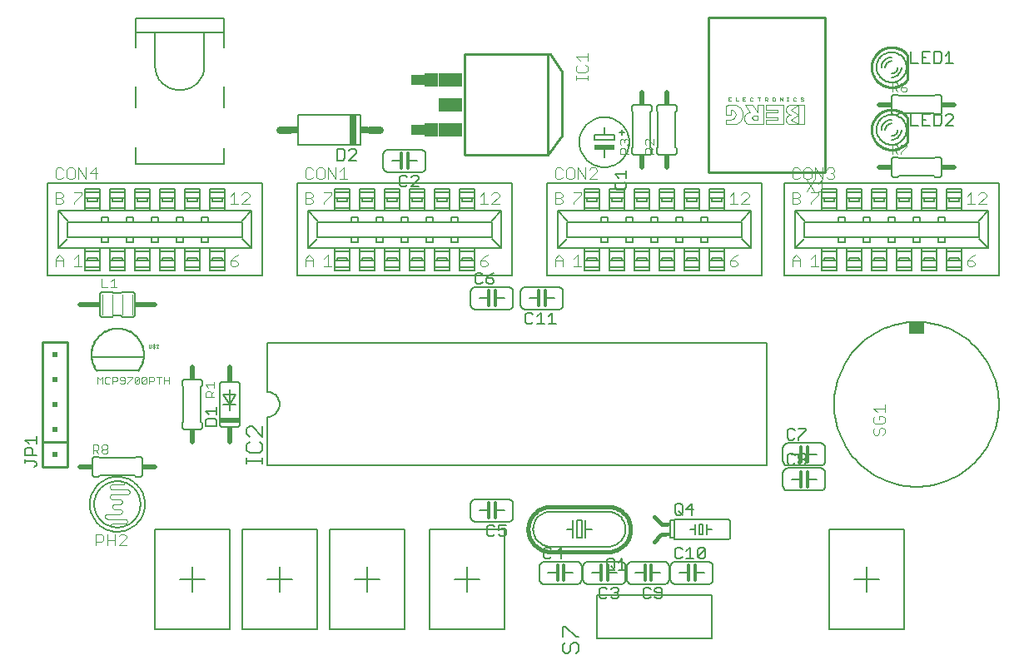
<source format=gto>
G75*
G70*
%OFA0B0*%
%FSLAX24Y24*%
%IPPOS*%
%LPD*%
%AMOC8*
5,1,8,0,0,1.08239X$1,22.5*
%
%ADD10C,0.0050*%
%ADD11C,0.0080*%
%ADD12R,0.0630X0.0463*%
%ADD13C,0.0040*%
%ADD14C,0.0100*%
%ADD15C,0.0020*%
%ADD16C,0.0010*%
%ADD17C,0.0060*%
%ADD18R,0.0560X0.0440*%
%ADD19R,0.0560X0.0560*%
%ADD20R,0.0980X0.0560*%
%ADD21R,0.0800X0.0200*%
%ADD22C,0.0120*%
%ADD23C,0.0070*%
%ADD24C,0.0160*%
%ADD25R,0.0230X0.0160*%
%ADD26C,0.0200*%
%ADD27R,0.0200X0.0150*%
%ADD28R,0.0200X0.0250*%
%ADD29R,0.0150X0.0200*%
%ADD30R,0.0300X0.1200*%
%ADD31C,0.0300*%
%ADD32R,0.0300X0.0300*%
%ADD33C,0.0030*%
%ADD34R,0.0450X0.0200*%
%ADD35R,0.0200X0.0200*%
D10*
X005494Y004844D02*
X005494Y008844D01*
X008494Y008844D01*
X008494Y004844D01*
X005494Y004844D01*
X006994Y006344D02*
X006994Y007344D01*
X007494Y006844D02*
X006494Y006844D01*
X008994Y008844D02*
X011994Y008844D01*
X011994Y004844D01*
X008994Y004844D01*
X008994Y008844D01*
X010494Y007344D02*
X010494Y006344D01*
X010994Y006844D02*
X009994Y006844D01*
X012494Y004844D02*
X012494Y008844D01*
X015494Y008844D01*
X015494Y004844D01*
X012494Y004844D01*
X013994Y006344D02*
X013994Y007344D01*
X014494Y006844D02*
X013494Y006844D01*
X016494Y004844D02*
X016494Y008844D01*
X019494Y008844D01*
X019494Y004844D01*
X016494Y004844D01*
X017994Y006344D02*
X017994Y007344D01*
X018494Y006844D02*
X017494Y006844D01*
X018873Y008569D02*
X019023Y008569D01*
X019098Y008644D01*
X019258Y008644D02*
X019334Y008569D01*
X019484Y008569D01*
X019559Y008644D01*
X019559Y008794D01*
X019484Y008869D01*
X019409Y008869D01*
X019258Y008794D01*
X019258Y009019D01*
X019559Y009019D01*
X019098Y008944D02*
X019023Y009019D01*
X018873Y009019D01*
X018798Y008944D01*
X018798Y008644D01*
X018873Y008569D01*
X021069Y008044D02*
X021069Y007744D01*
X021144Y007669D01*
X021294Y007669D01*
X021369Y007744D01*
X021529Y007894D02*
X021829Y007894D01*
X021754Y007669D02*
X021754Y008119D01*
X021529Y007894D01*
X021369Y008044D02*
X021294Y008119D01*
X021144Y008119D01*
X021069Y008044D01*
X023598Y007594D02*
X023598Y007294D01*
X023673Y007219D01*
X023823Y007219D01*
X023898Y007294D01*
X023898Y007594D01*
X023823Y007669D01*
X023673Y007669D01*
X023598Y007594D01*
X023748Y007369D02*
X023898Y007219D01*
X024058Y007219D02*
X024359Y007219D01*
X024209Y007219D02*
X024209Y007669D01*
X024058Y007519D01*
X023984Y006519D02*
X024059Y006444D01*
X024059Y006369D01*
X023984Y006294D01*
X024059Y006219D01*
X024059Y006144D01*
X023984Y006069D01*
X023834Y006069D01*
X023758Y006144D01*
X023598Y006144D02*
X023523Y006069D01*
X023373Y006069D01*
X023298Y006144D01*
X023298Y006444D01*
X023373Y006519D01*
X023523Y006519D01*
X023598Y006444D01*
X023758Y006444D02*
X023834Y006519D01*
X023984Y006519D01*
X023984Y006294D02*
X023909Y006294D01*
X025048Y006144D02*
X025123Y006069D01*
X025273Y006069D01*
X025348Y006144D01*
X025508Y006144D02*
X025584Y006069D01*
X025734Y006069D01*
X025809Y006144D01*
X025809Y006444D01*
X025734Y006519D01*
X025584Y006519D01*
X025508Y006444D01*
X025508Y006369D01*
X025584Y006294D01*
X025809Y006294D01*
X025348Y006444D02*
X025273Y006519D01*
X025123Y006519D01*
X025048Y006444D01*
X025048Y006144D01*
X026394Y007669D02*
X026544Y007669D01*
X026619Y007744D01*
X026779Y007669D02*
X027079Y007669D01*
X026929Y007669D02*
X026929Y008119D01*
X026779Y007969D01*
X026619Y008044D02*
X026544Y008119D01*
X026394Y008119D01*
X026319Y008044D01*
X026319Y007744D01*
X026394Y007669D01*
X027240Y007744D02*
X027240Y008044D01*
X027315Y008119D01*
X027465Y008119D01*
X027540Y008044D01*
X027240Y007744D01*
X027315Y007669D01*
X027465Y007669D01*
X027540Y007744D01*
X027540Y008044D01*
X027004Y009419D02*
X027004Y009869D01*
X026779Y009644D01*
X027079Y009644D01*
X026619Y009794D02*
X026619Y009494D01*
X026544Y009419D01*
X026394Y009419D01*
X026319Y009494D01*
X026319Y009794D01*
X026394Y009869D01*
X026544Y009869D01*
X026619Y009794D01*
X026469Y009569D02*
X026619Y009419D01*
X030819Y011494D02*
X030894Y011419D01*
X031044Y011419D01*
X031119Y011494D01*
X031279Y011494D02*
X031279Y011569D01*
X031354Y011644D01*
X031504Y011644D01*
X031579Y011569D01*
X031579Y011494D01*
X031504Y011419D01*
X031354Y011419D01*
X031279Y011494D01*
X031354Y011644D02*
X031279Y011719D01*
X031279Y011794D01*
X031354Y011869D01*
X031504Y011869D01*
X031579Y011794D01*
X031579Y011719D01*
X031504Y011644D01*
X031119Y011794D02*
X031044Y011869D01*
X030894Y011869D01*
X030819Y011794D01*
X030819Y011494D01*
X030894Y012419D02*
X031044Y012419D01*
X031119Y012494D01*
X031279Y012494D02*
X031279Y012419D01*
X031279Y012494D02*
X031579Y012794D01*
X031579Y012869D01*
X031279Y012869D01*
X031119Y012794D02*
X031044Y012869D01*
X030894Y012869D01*
X030819Y012794D01*
X030819Y012494D01*
X030894Y012419D01*
X032494Y008844D02*
X035494Y008844D01*
X035494Y004844D01*
X032494Y004844D01*
X032494Y008844D01*
X033994Y007344D02*
X033994Y006344D01*
X034494Y006844D02*
X033494Y006844D01*
X021559Y017069D02*
X021258Y017069D01*
X021409Y017069D02*
X021409Y017519D01*
X021258Y017369D01*
X021098Y017069D02*
X020798Y017069D01*
X020948Y017069D02*
X020948Y017519D01*
X020798Y017369D01*
X020638Y017444D02*
X020563Y017519D01*
X020413Y017519D01*
X020338Y017444D01*
X020338Y017144D01*
X020413Y017069D01*
X020563Y017069D01*
X020638Y017144D01*
X019079Y018744D02*
X019079Y018819D01*
X019004Y018894D01*
X018779Y018894D01*
X018779Y018744D01*
X018854Y018669D01*
X019004Y018669D01*
X019079Y018744D01*
X018929Y019044D02*
X018779Y018894D01*
X018929Y019044D02*
X019079Y019119D01*
X018619Y019044D02*
X018544Y019119D01*
X018394Y019119D01*
X018319Y019044D01*
X018319Y018744D01*
X018394Y018669D01*
X018544Y018669D01*
X018619Y018744D01*
X018306Y019219D02*
X018306Y019344D01*
X017681Y019344D01*
X017681Y019594D01*
X017806Y019594D01*
X017806Y019719D01*
X018181Y019719D01*
X018181Y019594D01*
X017806Y019594D01*
X017681Y019594D02*
X017681Y019969D01*
X018306Y019969D01*
X018306Y020094D01*
X018306Y019969D02*
X018306Y019594D01*
X018181Y019594D01*
X018306Y019594D02*
X018306Y019344D01*
X018306Y019219D02*
X017681Y019219D01*
X017681Y019344D01*
X017306Y019344D02*
X017306Y019594D01*
X017181Y019594D01*
X017181Y019719D01*
X016806Y019719D01*
X016806Y019594D01*
X016681Y019594D01*
X016681Y019969D01*
X017306Y019969D01*
X017306Y020094D01*
X017306Y019969D02*
X017306Y019594D01*
X017181Y019594D02*
X016806Y019594D01*
X016681Y019594D02*
X016681Y019344D01*
X017306Y019344D01*
X017306Y019219D01*
X016681Y019219D01*
X016681Y019344D01*
X016306Y019344D02*
X016306Y019594D01*
X016181Y019594D01*
X016181Y019719D01*
X015806Y019719D01*
X015806Y019594D01*
X015681Y019594D01*
X015681Y019969D01*
X016306Y019969D01*
X016306Y020094D01*
X016306Y019969D02*
X016306Y019594D01*
X016181Y019594D02*
X015806Y019594D01*
X015681Y019594D02*
X015681Y019344D01*
X016306Y019344D01*
X016306Y019219D01*
X015681Y019219D01*
X015681Y019344D01*
X015306Y019344D02*
X014681Y019344D01*
X014681Y019594D01*
X014806Y019594D01*
X014806Y019719D01*
X015181Y019719D01*
X015181Y019594D01*
X014806Y019594D01*
X014681Y019594D02*
X014681Y019969D01*
X015306Y019969D01*
X015306Y020094D01*
X015306Y019969D02*
X015306Y019594D01*
X015181Y019594D01*
X015306Y019594D02*
X015306Y019344D01*
X015306Y019219D01*
X014681Y019219D01*
X014681Y019344D01*
X014306Y019344D02*
X014306Y019594D01*
X014181Y019594D01*
X014181Y019719D01*
X013806Y019719D01*
X013806Y019594D01*
X013681Y019594D01*
X013681Y019969D01*
X014306Y019969D01*
X014306Y020094D01*
X014306Y019969D02*
X014306Y019594D01*
X014181Y019594D02*
X013806Y019594D01*
X013681Y019594D02*
X013681Y019344D01*
X014306Y019344D01*
X014306Y019219D01*
X013681Y019219D01*
X013681Y019344D01*
X013306Y019344D02*
X012681Y019344D01*
X012681Y019594D01*
X012806Y019594D01*
X012806Y019719D01*
X013181Y019719D01*
X013181Y019594D01*
X012806Y019594D01*
X012681Y019594D02*
X012681Y019969D01*
X013306Y019969D01*
X013306Y020094D01*
X013306Y019969D02*
X013306Y019594D01*
X013181Y019594D01*
X013306Y019594D02*
X013306Y019344D01*
X013306Y019219D01*
X012681Y019219D01*
X012681Y019344D01*
X012681Y019969D02*
X012681Y020094D01*
X013369Y020344D02*
X013369Y020531D01*
X013369Y020344D02*
X013619Y020344D01*
X013619Y020531D01*
X013681Y020094D02*
X013681Y019969D01*
X014369Y020344D02*
X014369Y020531D01*
X014369Y020344D02*
X014619Y020344D01*
X014619Y020531D01*
X014681Y020094D02*
X014681Y019969D01*
X015369Y020344D02*
X015369Y020531D01*
X015369Y020344D02*
X015619Y020344D01*
X015619Y020531D01*
X015681Y020094D02*
X015681Y019969D01*
X016369Y020344D02*
X016369Y020531D01*
X016369Y020344D02*
X016619Y020344D01*
X016619Y020531D01*
X016681Y020094D02*
X016681Y019969D01*
X017369Y020344D02*
X017369Y020531D01*
X017369Y020344D02*
X017619Y020344D01*
X017619Y020531D01*
X017681Y020094D02*
X017681Y019969D01*
X017619Y021156D02*
X017619Y021344D01*
X017369Y021344D01*
X017369Y021156D01*
X017306Y021594D02*
X017306Y021719D01*
X016681Y021719D01*
X016681Y021594D01*
X016681Y021719D02*
X016681Y022094D01*
X016806Y022094D01*
X016806Y021969D01*
X017181Y021969D01*
X017181Y022094D01*
X017306Y022094D01*
X017306Y021719D01*
X017306Y022094D02*
X017306Y022344D01*
X016681Y022344D01*
X016681Y022094D01*
X016806Y022094D02*
X017181Y022094D01*
X017306Y022344D02*
X017306Y022469D01*
X016681Y022469D01*
X016681Y022344D01*
X016306Y022344D02*
X016306Y022094D01*
X016181Y022094D01*
X016181Y021969D01*
X015806Y021969D01*
X015806Y022094D01*
X016181Y022094D01*
X016306Y022094D02*
X016306Y021719D01*
X015681Y021719D01*
X015681Y021594D01*
X015681Y021719D02*
X015681Y022094D01*
X015806Y022094D01*
X015681Y022094D02*
X015681Y022344D01*
X016306Y022344D01*
X016306Y022469D01*
X015681Y022469D01*
X015681Y022344D01*
X015758Y022569D02*
X016059Y022869D01*
X016059Y022944D01*
X015984Y023019D01*
X015834Y023019D01*
X015758Y022944D01*
X015598Y022944D02*
X015523Y023019D01*
X015373Y023019D01*
X015298Y022944D01*
X015298Y022644D01*
X015373Y022569D01*
X015523Y022569D01*
X015598Y022644D01*
X015758Y022569D02*
X016059Y022569D01*
X015306Y022469D02*
X015306Y022344D01*
X014681Y022344D01*
X014681Y022094D01*
X014806Y022094D01*
X014806Y021969D01*
X015181Y021969D01*
X015181Y022094D01*
X015306Y022094D01*
X015306Y021719D01*
X014681Y021719D01*
X014681Y021594D01*
X014681Y021719D02*
X014681Y022094D01*
X014806Y022094D02*
X015181Y022094D01*
X015306Y022094D02*
X015306Y022344D01*
X015306Y022469D02*
X014681Y022469D01*
X014681Y022344D01*
X014306Y022344D02*
X014306Y022094D01*
X014181Y022094D01*
X014181Y021969D01*
X013806Y021969D01*
X013806Y022094D01*
X014181Y022094D01*
X014306Y022094D02*
X014306Y021719D01*
X013681Y021719D01*
X013681Y021594D01*
X011619Y021594D01*
X011994Y021219D01*
X011994Y021153D02*
X011994Y020535D01*
X018994Y020535D01*
X018994Y021153D01*
X011994Y021153D01*
X011619Y021594D02*
X011619Y020094D01*
X011994Y020469D01*
X011619Y020094D02*
X019369Y020094D01*
X018994Y020469D01*
X019369Y020094D02*
X019369Y021594D01*
X018994Y021219D01*
X019369Y021594D02*
X014306Y021594D01*
X014306Y021719D01*
X014306Y021594D02*
X013681Y021594D01*
X013681Y021719D02*
X013681Y022094D01*
X013681Y022344D01*
X014306Y022344D01*
X014306Y022469D01*
X013681Y022469D01*
X013681Y022344D01*
X013681Y022094D02*
X013806Y022094D01*
X013306Y022094D02*
X013306Y021719D01*
X012681Y021719D01*
X012681Y021594D01*
X012681Y021719D02*
X012681Y022094D01*
X012806Y022094D01*
X012806Y021969D01*
X013181Y021969D01*
X013181Y022094D01*
X013306Y022094D01*
X013306Y022344D01*
X012681Y022344D01*
X012681Y022094D01*
X012806Y022094D02*
X013181Y022094D01*
X013306Y022344D02*
X013306Y022469D01*
X012681Y022469D01*
X012681Y022344D01*
X013306Y021719D02*
X013306Y021594D01*
X013369Y021344D02*
X013619Y021344D01*
X013619Y021156D01*
X013369Y021156D02*
X013369Y021344D01*
X014369Y021344D02*
X014369Y021156D01*
X014369Y021344D02*
X014619Y021344D01*
X014619Y021156D01*
X015369Y021156D02*
X015369Y021344D01*
X015619Y021344D01*
X015619Y021156D01*
X015306Y021594D02*
X015306Y021719D01*
X016306Y021719D02*
X016306Y021594D01*
X016369Y021344D02*
X016619Y021344D01*
X016619Y021156D01*
X016369Y021156D02*
X016369Y021344D01*
X017681Y021594D02*
X017681Y021719D01*
X018306Y021719D01*
X018306Y021594D01*
X018306Y021719D02*
X018306Y022094D01*
X018181Y022094D01*
X018181Y021969D01*
X017806Y021969D01*
X017806Y022094D01*
X018181Y022094D01*
X018306Y022094D02*
X018306Y022344D01*
X017681Y022344D01*
X017681Y022094D01*
X017806Y022094D01*
X017681Y022094D02*
X017681Y021719D01*
X017681Y022344D02*
X017681Y022469D01*
X018306Y022469D01*
X018306Y022344D01*
X019793Y022694D02*
X019793Y018994D01*
X011195Y018994D01*
X011195Y022694D01*
X019793Y022694D01*
X021195Y022694D02*
X021195Y018994D01*
X029793Y018994D01*
X029793Y022694D01*
X021195Y022694D01*
X021619Y021594D02*
X021994Y021219D01*
X021994Y021153D02*
X021994Y020535D01*
X028994Y020535D01*
X028994Y021153D01*
X021994Y021153D01*
X021619Y021594D02*
X021619Y020094D01*
X021994Y020469D01*
X021619Y020094D02*
X029369Y020094D01*
X028994Y020469D01*
X029369Y020094D02*
X029369Y021594D01*
X028994Y021219D01*
X029369Y021594D02*
X024306Y021594D01*
X024306Y021719D01*
X023681Y021719D01*
X023681Y021594D01*
X021619Y021594D01*
X022681Y021594D02*
X022681Y021719D01*
X023306Y021719D01*
X023306Y021594D01*
X023306Y021719D02*
X023306Y022094D01*
X023181Y022094D01*
X023181Y021969D01*
X022806Y021969D01*
X022806Y022094D01*
X023181Y022094D01*
X023306Y022094D02*
X023306Y022344D01*
X022681Y022344D01*
X022681Y022094D01*
X022806Y022094D01*
X022681Y022094D02*
X022681Y021719D01*
X022681Y022344D02*
X022681Y022469D01*
X023306Y022469D01*
X023306Y022344D01*
X023681Y022344D02*
X023681Y022094D01*
X023806Y022094D01*
X023806Y021969D01*
X024181Y021969D01*
X024181Y022094D01*
X024306Y022094D01*
X024306Y021719D01*
X024306Y021594D02*
X023681Y021594D01*
X023681Y021719D02*
X023681Y022094D01*
X023806Y022094D02*
X024181Y022094D01*
X024306Y022094D02*
X024306Y022344D01*
X023681Y022344D01*
X023681Y022469D01*
X024306Y022469D01*
X024306Y022344D01*
X024294Y022448D02*
X023994Y022448D01*
X023919Y022523D01*
X023919Y022673D01*
X023994Y022748D01*
X024069Y022909D02*
X023919Y023059D01*
X024369Y023059D01*
X024369Y022909D02*
X024369Y023209D01*
X024294Y022748D02*
X024369Y022673D01*
X024369Y022523D01*
X024294Y022448D01*
X024681Y022469D02*
X024681Y022344D01*
X025306Y022344D01*
X025306Y022094D01*
X025181Y022094D01*
X025181Y021969D01*
X024806Y021969D01*
X024806Y022094D01*
X025181Y022094D01*
X025306Y022094D02*
X025306Y021719D01*
X024681Y021719D01*
X024681Y021594D01*
X024681Y021719D02*
X024681Y022094D01*
X024806Y022094D01*
X024681Y022094D02*
X024681Y022344D01*
X024681Y022469D02*
X025306Y022469D01*
X025306Y022344D01*
X025681Y022344D02*
X025681Y022094D01*
X025806Y022094D01*
X025806Y021969D01*
X026181Y021969D01*
X026181Y022094D01*
X026306Y022094D01*
X026306Y021719D01*
X025681Y021719D01*
X025681Y021594D01*
X025681Y021719D02*
X025681Y022094D01*
X025806Y022094D02*
X026181Y022094D01*
X026306Y022094D02*
X026306Y022344D01*
X025681Y022344D01*
X025681Y022469D01*
X026306Y022469D01*
X026306Y022344D01*
X026681Y022344D02*
X026681Y022094D01*
X026806Y022094D01*
X026806Y021969D01*
X027181Y021969D01*
X027181Y022094D01*
X027306Y022094D01*
X027306Y021719D01*
X026681Y021719D01*
X026681Y021594D01*
X026681Y021719D02*
X026681Y022094D01*
X026806Y022094D02*
X027181Y022094D01*
X027306Y022094D02*
X027306Y022344D01*
X026681Y022344D01*
X026681Y022469D01*
X027306Y022469D01*
X027306Y022344D01*
X027681Y022344D02*
X027681Y022094D01*
X027806Y022094D01*
X027806Y021969D01*
X028181Y021969D01*
X028181Y022094D01*
X028306Y022094D01*
X028306Y021719D01*
X027681Y021719D01*
X027681Y021594D01*
X027681Y021719D02*
X027681Y022094D01*
X027806Y022094D02*
X028181Y022094D01*
X028306Y022094D02*
X028306Y022344D01*
X027681Y022344D01*
X027681Y022469D01*
X028306Y022469D01*
X028306Y022344D01*
X028306Y021719D02*
X028306Y021594D01*
X027619Y021344D02*
X027619Y021156D01*
X027619Y021344D02*
X027369Y021344D01*
X027369Y021156D01*
X026619Y021156D02*
X026619Y021344D01*
X026369Y021344D01*
X026369Y021156D01*
X026306Y021594D02*
X026306Y021719D01*
X025619Y021344D02*
X025619Y021156D01*
X025619Y021344D02*
X025369Y021344D01*
X025369Y021156D01*
X025306Y021594D02*
X025306Y021719D01*
X024619Y021344D02*
X024619Y021156D01*
X024619Y021344D02*
X024369Y021344D01*
X024369Y021156D01*
X024369Y020531D02*
X024369Y020344D01*
X024619Y020344D01*
X024619Y020531D01*
X024681Y020094D02*
X024681Y019969D01*
X025306Y019969D01*
X025306Y020094D01*
X025306Y019969D02*
X025306Y019594D01*
X025181Y019594D01*
X025181Y019719D01*
X024806Y019719D01*
X024806Y019594D01*
X024681Y019594D01*
X024681Y019969D01*
X024306Y019969D02*
X024306Y019594D01*
X024181Y019594D01*
X024181Y019719D01*
X023806Y019719D01*
X023806Y019594D01*
X023681Y019594D01*
X023681Y019969D01*
X024306Y019969D01*
X024306Y020094D01*
X024306Y019594D02*
X024306Y019344D01*
X023681Y019344D01*
X023681Y019594D01*
X023806Y019594D02*
X024181Y019594D01*
X024306Y019344D02*
X024306Y019219D01*
X023681Y019219D01*
X023681Y019344D01*
X023306Y019344D02*
X023306Y019594D01*
X023181Y019594D01*
X023181Y019719D01*
X022806Y019719D01*
X022806Y019594D01*
X022681Y019594D01*
X022681Y019969D01*
X023306Y019969D01*
X023306Y020094D01*
X023306Y019969D02*
X023306Y019594D01*
X023181Y019594D02*
X022806Y019594D01*
X022681Y019594D02*
X022681Y019344D01*
X023306Y019344D01*
X023306Y019219D01*
X022681Y019219D01*
X022681Y019344D01*
X022681Y019969D02*
X022681Y020094D01*
X023369Y020344D02*
X023369Y020531D01*
X023369Y020344D02*
X023619Y020344D01*
X023619Y020531D01*
X023681Y020094D02*
X023681Y019969D01*
X024681Y019594D02*
X024681Y019344D01*
X025306Y019344D01*
X025306Y019594D01*
X025181Y019594D02*
X024806Y019594D01*
X024681Y019344D02*
X024681Y019219D01*
X025306Y019219D01*
X025306Y019344D01*
X025681Y019344D02*
X025681Y019594D01*
X025806Y019594D01*
X025806Y019719D01*
X026181Y019719D01*
X026181Y019594D01*
X025806Y019594D01*
X025681Y019594D02*
X025681Y019969D01*
X026306Y019969D01*
X026306Y020094D01*
X026306Y019969D02*
X026306Y019594D01*
X026181Y019594D01*
X026306Y019594D02*
X026306Y019344D01*
X025681Y019344D01*
X025681Y019219D01*
X026306Y019219D01*
X026306Y019344D01*
X026681Y019344D02*
X026681Y019594D01*
X026806Y019594D01*
X026806Y019719D01*
X027181Y019719D01*
X027181Y019594D01*
X026806Y019594D01*
X026681Y019594D02*
X026681Y019969D01*
X027306Y019969D01*
X027306Y020094D01*
X027306Y019969D02*
X027306Y019594D01*
X027181Y019594D01*
X027306Y019594D02*
X027306Y019344D01*
X026681Y019344D01*
X026681Y019219D01*
X027306Y019219D01*
X027306Y019344D01*
X027681Y019344D02*
X027681Y019594D01*
X027806Y019594D01*
X027806Y019719D01*
X028181Y019719D01*
X028181Y019594D01*
X027806Y019594D01*
X027681Y019594D02*
X027681Y019969D01*
X028306Y019969D01*
X028306Y020094D01*
X028306Y019969D02*
X028306Y019594D01*
X028181Y019594D01*
X028306Y019594D02*
X028306Y019344D01*
X027681Y019344D01*
X027681Y019219D01*
X028306Y019219D01*
X028306Y019344D01*
X027681Y019969D02*
X027681Y020094D01*
X027619Y020344D02*
X027369Y020344D01*
X027369Y020531D01*
X027619Y020531D02*
X027619Y020344D01*
X026681Y020094D02*
X026681Y019969D01*
X026619Y020344D02*
X026369Y020344D01*
X026369Y020531D01*
X026619Y020531D02*
X026619Y020344D01*
X025681Y020094D02*
X025681Y019969D01*
X025619Y020344D02*
X025369Y020344D01*
X025369Y020531D01*
X025619Y020531D02*
X025619Y020344D01*
X027306Y021594D02*
X027306Y021719D01*
X030695Y022694D02*
X030695Y018994D01*
X039293Y018994D01*
X039293Y022694D01*
X030695Y022694D01*
X031119Y021594D02*
X031494Y021219D01*
X031494Y021153D02*
X031494Y020535D01*
X038494Y020535D01*
X038494Y021153D01*
X031494Y021153D01*
X031119Y021594D02*
X031119Y020094D01*
X031494Y020469D01*
X031119Y020094D02*
X038869Y020094D01*
X038494Y020469D01*
X038869Y020094D02*
X038869Y021594D01*
X038494Y021219D01*
X038869Y021594D02*
X033806Y021594D01*
X033806Y021719D01*
X033181Y021719D01*
X033181Y021594D01*
X031119Y021594D01*
X032181Y021594D02*
X032181Y021719D01*
X032806Y021719D01*
X032806Y021594D01*
X032806Y021719D02*
X032806Y022094D01*
X032681Y022094D01*
X032681Y021969D01*
X032306Y021969D01*
X032306Y022094D01*
X032681Y022094D01*
X032806Y022094D02*
X032806Y022344D01*
X032181Y022344D01*
X032181Y022094D01*
X032306Y022094D01*
X032181Y022094D02*
X032181Y021719D01*
X032181Y022344D02*
X032181Y022469D01*
X032806Y022469D01*
X032806Y022344D01*
X033181Y022344D02*
X033181Y022094D01*
X033306Y022094D01*
X033306Y021969D01*
X033681Y021969D01*
X033681Y022094D01*
X033806Y022094D01*
X033806Y021719D01*
X033806Y021594D02*
X033181Y021594D01*
X033181Y021719D02*
X033181Y022094D01*
X033306Y022094D02*
X033681Y022094D01*
X033806Y022094D02*
X033806Y022344D01*
X033181Y022344D01*
X033181Y022469D01*
X033806Y022469D01*
X033806Y022344D01*
X034181Y022344D02*
X034181Y022094D01*
X034306Y022094D01*
X034306Y021969D01*
X034681Y021969D01*
X034681Y022094D01*
X034806Y022094D01*
X034806Y021719D01*
X034181Y021719D01*
X034181Y021594D01*
X034181Y021719D02*
X034181Y022094D01*
X034306Y022094D02*
X034681Y022094D01*
X034806Y022094D02*
X034806Y022344D01*
X034181Y022344D01*
X034181Y022469D01*
X034806Y022469D01*
X034806Y022344D01*
X035181Y022344D02*
X035181Y022094D01*
X035306Y022094D01*
X035306Y021969D01*
X035681Y021969D01*
X035681Y022094D01*
X035806Y022094D01*
X035806Y021719D01*
X035181Y021719D01*
X035181Y021594D01*
X035181Y021719D02*
X035181Y022094D01*
X035306Y022094D02*
X035681Y022094D01*
X035806Y022094D02*
X035806Y022344D01*
X035181Y022344D01*
X035181Y022469D01*
X035806Y022469D01*
X035806Y022344D01*
X036181Y022344D02*
X036181Y022094D01*
X036306Y022094D01*
X036306Y021969D01*
X036681Y021969D01*
X036681Y022094D01*
X036806Y022094D01*
X036806Y021719D01*
X036181Y021719D01*
X036181Y021594D01*
X036181Y021719D02*
X036181Y022094D01*
X036306Y022094D02*
X036681Y022094D01*
X036806Y022094D02*
X036806Y022344D01*
X036181Y022344D01*
X036181Y022469D01*
X036806Y022469D01*
X036806Y022344D01*
X037181Y022344D02*
X037181Y022094D01*
X037306Y022094D01*
X037306Y021969D01*
X037681Y021969D01*
X037681Y022094D01*
X037806Y022094D01*
X037806Y021719D01*
X037181Y021719D01*
X037181Y021594D01*
X037181Y021719D02*
X037181Y022094D01*
X037306Y022094D02*
X037681Y022094D01*
X037806Y022094D02*
X037806Y022344D01*
X037181Y022344D01*
X037181Y022469D01*
X037806Y022469D01*
X037806Y022344D01*
X037806Y021719D02*
X037806Y021594D01*
X037119Y021344D02*
X037119Y021156D01*
X037119Y021344D02*
X036869Y021344D01*
X036869Y021156D01*
X036806Y021594D02*
X036806Y021719D01*
X036119Y021344D02*
X036119Y021156D01*
X036119Y021344D02*
X035869Y021344D01*
X035869Y021156D01*
X035806Y021594D02*
X035806Y021719D01*
X035119Y021344D02*
X035119Y021156D01*
X035119Y021344D02*
X034869Y021344D01*
X034869Y021156D01*
X034806Y021594D02*
X034806Y021719D01*
X034119Y021344D02*
X034119Y021156D01*
X034119Y021344D02*
X033869Y021344D01*
X033869Y021156D01*
X033869Y020531D02*
X033869Y020344D01*
X034119Y020344D01*
X034119Y020531D01*
X034181Y020094D02*
X034181Y019969D01*
X034806Y019969D01*
X034806Y020094D01*
X034806Y019969D02*
X034806Y019594D01*
X034681Y019594D01*
X034681Y019719D01*
X034306Y019719D01*
X034306Y019594D01*
X034181Y019594D01*
X034181Y019969D01*
X033806Y019969D02*
X033806Y019594D01*
X033681Y019594D01*
X033681Y019719D01*
X033306Y019719D01*
X033306Y019594D01*
X033181Y019594D01*
X033181Y019969D01*
X033806Y019969D01*
X033806Y020094D01*
X033181Y020094D02*
X033181Y019969D01*
X032806Y019969D02*
X032806Y019594D01*
X032681Y019594D01*
X032681Y019719D01*
X032306Y019719D01*
X032306Y019594D01*
X032181Y019594D01*
X032181Y019969D01*
X032806Y019969D01*
X032806Y020094D01*
X032869Y020344D02*
X032869Y020531D01*
X032869Y020344D02*
X033119Y020344D01*
X033119Y020531D01*
X033119Y021156D02*
X033119Y021344D01*
X032869Y021344D01*
X032869Y021156D01*
X032181Y020094D02*
X032181Y019969D01*
X032181Y019594D02*
X032181Y019344D01*
X032806Y019344D01*
X032806Y019594D01*
X032681Y019594D02*
X032306Y019594D01*
X032181Y019344D02*
X032181Y019219D01*
X032806Y019219D01*
X032806Y019344D01*
X033181Y019344D02*
X033181Y019594D01*
X033306Y019594D02*
X033681Y019594D01*
X033806Y019594D02*
X033806Y019344D01*
X033181Y019344D01*
X033181Y019219D01*
X033806Y019219D01*
X033806Y019344D01*
X034181Y019344D02*
X034181Y019594D01*
X034306Y019594D02*
X034681Y019594D01*
X034806Y019594D02*
X034806Y019344D01*
X034181Y019344D01*
X034181Y019219D01*
X034806Y019219D01*
X034806Y019344D01*
X035181Y019344D02*
X035181Y019594D01*
X035306Y019594D01*
X035306Y019719D01*
X035681Y019719D01*
X035681Y019594D01*
X035306Y019594D01*
X035181Y019594D02*
X035181Y019969D01*
X035806Y019969D01*
X035806Y020094D01*
X035806Y019969D02*
X035806Y019594D01*
X035681Y019594D01*
X035806Y019594D02*
X035806Y019344D01*
X035181Y019344D01*
X035181Y019219D01*
X035806Y019219D01*
X035806Y019344D01*
X036181Y019344D02*
X036181Y019594D01*
X036306Y019594D01*
X036306Y019719D01*
X036681Y019719D01*
X036681Y019594D01*
X036306Y019594D01*
X036181Y019594D02*
X036181Y019969D01*
X036806Y019969D01*
X036806Y020094D01*
X036806Y019969D02*
X036806Y019594D01*
X036681Y019594D01*
X036806Y019594D02*
X036806Y019344D01*
X036181Y019344D01*
X036181Y019219D01*
X036806Y019219D01*
X036806Y019344D01*
X037181Y019344D02*
X037181Y019594D01*
X037306Y019594D01*
X037306Y019719D01*
X037681Y019719D01*
X037681Y019594D01*
X037306Y019594D01*
X037181Y019594D02*
X037181Y019969D01*
X037806Y019969D01*
X037806Y020094D01*
X037806Y019969D02*
X037806Y019594D01*
X037681Y019594D01*
X037806Y019594D02*
X037806Y019344D01*
X037181Y019344D01*
X037181Y019219D01*
X037806Y019219D01*
X037806Y019344D01*
X037181Y019969D02*
X037181Y020094D01*
X037119Y020344D02*
X036869Y020344D01*
X036869Y020531D01*
X037119Y020531D02*
X037119Y020344D01*
X036181Y020094D02*
X036181Y019969D01*
X036119Y020344D02*
X035869Y020344D01*
X035869Y020531D01*
X036119Y020531D02*
X036119Y020344D01*
X035181Y020094D02*
X035181Y019969D01*
X035119Y020344D02*
X034869Y020344D01*
X034869Y020531D01*
X035119Y020531D02*
X035119Y020344D01*
X035769Y025019D02*
X036069Y025019D01*
X036229Y025019D02*
X036529Y025019D01*
X036690Y025019D02*
X036915Y025019D01*
X036990Y025094D01*
X036990Y025394D01*
X036915Y025469D01*
X036690Y025469D01*
X036690Y025019D01*
X036379Y025244D02*
X036229Y025244D01*
X036229Y025469D02*
X036229Y025019D01*
X035769Y025019D02*
X035769Y025469D01*
X036229Y025469D02*
X036529Y025469D01*
X037150Y025394D02*
X037225Y025469D01*
X037375Y025469D01*
X037450Y025394D01*
X037450Y025319D01*
X037150Y025019D01*
X037450Y025019D01*
X037450Y027519D02*
X037150Y027519D01*
X037300Y027519D02*
X037300Y027969D01*
X037150Y027819D01*
X036990Y027894D02*
X036990Y027594D01*
X036915Y027519D01*
X036690Y027519D01*
X036690Y027969D01*
X036915Y027969D01*
X036990Y027894D01*
X036529Y027969D02*
X036229Y027969D01*
X036229Y027519D01*
X036529Y027519D01*
X036379Y027744D02*
X036229Y027744D01*
X036069Y027519D02*
X035769Y027519D01*
X035769Y027969D01*
X023619Y021344D02*
X023619Y021156D01*
X023619Y021344D02*
X023369Y021344D01*
X023369Y021156D01*
X013559Y023619D02*
X013258Y023619D01*
X013559Y023919D01*
X013559Y023994D01*
X013484Y024069D01*
X013334Y024069D01*
X013258Y023994D01*
X013098Y023994D02*
X013023Y024069D01*
X012798Y024069D01*
X012798Y023619D01*
X013023Y023619D01*
X013098Y023694D01*
X013098Y023994D01*
X009793Y022694D02*
X009793Y018994D01*
X001195Y018994D01*
X001195Y022694D01*
X009793Y022694D01*
X009369Y021594D02*
X008994Y021219D01*
X008994Y021153D02*
X008994Y020535D01*
X001994Y020535D01*
X001994Y021153D01*
X008994Y021153D01*
X009369Y021594D02*
X009369Y020094D01*
X008994Y020469D01*
X009369Y020094D02*
X001619Y020094D01*
X001994Y020469D01*
X001619Y020094D02*
X001619Y021594D01*
X001994Y021219D01*
X001619Y021594D02*
X003681Y021594D01*
X003681Y021719D01*
X004306Y021719D01*
X004306Y021594D01*
X003681Y021594D01*
X003681Y021719D02*
X003681Y022094D01*
X003681Y022344D01*
X004306Y022344D01*
X004306Y022094D01*
X004181Y022094D01*
X004181Y021969D01*
X003806Y021969D01*
X003806Y022094D01*
X004181Y022094D01*
X004306Y022094D02*
X004306Y021719D01*
X004306Y021594D02*
X009369Y021594D01*
X008306Y021594D02*
X008306Y021719D01*
X007681Y021719D01*
X007681Y021594D01*
X007681Y021719D02*
X007681Y022094D01*
X007806Y022094D01*
X007806Y021969D01*
X008181Y021969D01*
X008181Y022094D01*
X008306Y022094D01*
X008306Y021719D01*
X008306Y022094D02*
X008306Y022344D01*
X007681Y022344D01*
X007681Y022094D01*
X007806Y022094D02*
X008181Y022094D01*
X008306Y022344D02*
X008306Y022469D01*
X007681Y022469D01*
X007681Y022344D01*
X007306Y022344D02*
X007306Y022094D01*
X007181Y022094D01*
X007181Y021969D01*
X006806Y021969D01*
X006806Y022094D01*
X007181Y022094D01*
X007306Y022094D02*
X007306Y021719D01*
X006681Y021719D01*
X006681Y021594D01*
X006681Y021719D02*
X006681Y022094D01*
X006806Y022094D01*
X006681Y022094D02*
X006681Y022344D01*
X007306Y022344D01*
X007306Y022469D01*
X006681Y022469D01*
X006681Y022344D01*
X006306Y022344D02*
X006306Y022094D01*
X006181Y022094D01*
X006181Y021969D01*
X005806Y021969D01*
X005806Y022094D01*
X006181Y022094D01*
X006306Y022094D02*
X006306Y021719D01*
X005681Y021719D01*
X005681Y021594D01*
X005681Y021719D02*
X005681Y022094D01*
X005806Y022094D01*
X005681Y022094D02*
X005681Y022344D01*
X006306Y022344D01*
X006306Y022469D01*
X005681Y022469D01*
X005681Y022344D01*
X005306Y022344D02*
X005306Y022094D01*
X005181Y022094D01*
X005181Y021969D01*
X004806Y021969D01*
X004806Y022094D01*
X005181Y022094D01*
X005306Y022094D02*
X005306Y021719D01*
X004681Y021719D01*
X004681Y021594D01*
X004681Y021719D02*
X004681Y022094D01*
X004806Y022094D01*
X004681Y022094D02*
X004681Y022344D01*
X005306Y022344D01*
X005306Y022469D01*
X004681Y022469D01*
X004681Y022344D01*
X004306Y022344D02*
X004306Y022469D01*
X003681Y022469D01*
X003681Y022344D01*
X003681Y022094D02*
X003806Y022094D01*
X003306Y022094D02*
X003306Y021719D01*
X002681Y021719D01*
X002681Y021594D01*
X002681Y021719D02*
X002681Y022094D01*
X002806Y022094D01*
X002806Y021969D01*
X003181Y021969D01*
X003181Y022094D01*
X003306Y022094D01*
X003306Y022344D01*
X002681Y022344D01*
X002681Y022094D01*
X002806Y022094D02*
X003181Y022094D01*
X003306Y022344D02*
X003306Y022469D01*
X002681Y022469D01*
X002681Y022344D01*
X003306Y021719D02*
X003306Y021594D01*
X003369Y021344D02*
X003619Y021344D01*
X003619Y021156D01*
X003369Y021156D02*
X003369Y021344D01*
X004369Y021344D02*
X004369Y021156D01*
X004369Y021344D02*
X004619Y021344D01*
X004619Y021156D01*
X004619Y020531D02*
X004619Y020344D01*
X004369Y020344D01*
X004369Y020531D01*
X004306Y020094D02*
X004306Y019969D01*
X003681Y019969D01*
X003681Y020094D01*
X003681Y019969D02*
X003681Y019594D01*
X003806Y019594D01*
X003806Y019719D01*
X004181Y019719D01*
X004181Y019594D01*
X003806Y019594D01*
X003681Y019594D02*
X003681Y019344D01*
X004306Y019344D01*
X004306Y019594D01*
X004181Y019594D01*
X004306Y019594D02*
X004306Y019969D01*
X004681Y019969D02*
X004681Y019594D01*
X004806Y019594D01*
X004806Y019719D01*
X005181Y019719D01*
X005181Y019594D01*
X004806Y019594D01*
X004681Y019594D02*
X004681Y019344D01*
X005306Y019344D01*
X005306Y019594D01*
X005181Y019594D01*
X005306Y019594D02*
X005306Y019969D01*
X004681Y019969D01*
X004681Y020094D01*
X005306Y020094D02*
X005306Y019969D01*
X005681Y019969D02*
X005681Y019594D01*
X005806Y019594D01*
X005806Y019719D01*
X006181Y019719D01*
X006181Y019594D01*
X005806Y019594D01*
X005681Y019594D02*
X005681Y019344D01*
X006306Y019344D01*
X006306Y019594D01*
X006181Y019594D01*
X006306Y019594D02*
X006306Y019969D01*
X005681Y019969D01*
X005681Y020094D01*
X005619Y020344D02*
X005619Y020531D01*
X005619Y020344D02*
X005369Y020344D01*
X005369Y020531D01*
X005369Y021156D02*
X005369Y021344D01*
X005619Y021344D01*
X005619Y021156D01*
X005306Y021594D02*
X005306Y021719D01*
X006306Y021719D02*
X006306Y021594D01*
X006369Y021344D02*
X006619Y021344D01*
X006619Y021156D01*
X006369Y021156D02*
X006369Y021344D01*
X006369Y020531D02*
X006369Y020344D01*
X006619Y020344D01*
X006619Y020531D01*
X006681Y020094D02*
X006681Y019969D01*
X007306Y019969D01*
X007306Y020094D01*
X007306Y019969D02*
X007306Y019594D01*
X007181Y019594D01*
X007181Y019719D01*
X006806Y019719D01*
X006806Y019594D01*
X006681Y019594D01*
X006681Y019969D01*
X006306Y019969D02*
X006306Y020094D01*
X006681Y019594D02*
X006681Y019344D01*
X007306Y019344D01*
X007306Y019594D01*
X007181Y019594D02*
X006806Y019594D01*
X006681Y019344D02*
X006681Y019219D01*
X007306Y019219D01*
X007306Y019344D01*
X007681Y019344D02*
X007681Y019594D01*
X007806Y019594D01*
X007806Y019719D01*
X008181Y019719D01*
X008181Y019594D01*
X007806Y019594D01*
X007681Y019594D02*
X007681Y019969D01*
X008306Y019969D01*
X008306Y020094D01*
X008306Y019969D02*
X008306Y019594D01*
X008181Y019594D01*
X008306Y019594D02*
X008306Y019344D01*
X007681Y019344D01*
X007681Y019219D01*
X008306Y019219D01*
X008306Y019344D01*
X007681Y019969D02*
X007681Y020094D01*
X007619Y020344D02*
X007619Y020531D01*
X007619Y020344D02*
X007369Y020344D01*
X007369Y020531D01*
X007369Y021156D02*
X007369Y021344D01*
X007619Y021344D01*
X007619Y021156D01*
X007306Y021594D02*
X007306Y021719D01*
X006306Y019344D02*
X006306Y019219D01*
X005681Y019219D01*
X005681Y019344D01*
X005306Y019344D02*
X005306Y019219D01*
X004681Y019219D01*
X004681Y019344D01*
X004306Y019344D02*
X004306Y019219D01*
X003681Y019219D01*
X003681Y019344D01*
X003306Y019344D02*
X003306Y019594D01*
X003181Y019594D01*
X003181Y019719D01*
X002806Y019719D01*
X002806Y019594D01*
X002681Y019594D01*
X002681Y019969D01*
X003306Y019969D01*
X003306Y020094D01*
X003306Y019969D02*
X003306Y019594D01*
X003181Y019594D02*
X002806Y019594D01*
X002681Y019594D02*
X002681Y019344D01*
X003306Y019344D01*
X003306Y019219D01*
X002681Y019219D01*
X002681Y019344D01*
X002681Y019969D02*
X002681Y020094D01*
X003369Y020344D02*
X003369Y020531D01*
X003369Y020344D02*
X003619Y020344D01*
X003619Y020531D01*
X003881Y015744D02*
X003107Y015744D01*
X002949Y015744D01*
X003169Y015194D02*
X004818Y015194D01*
X004881Y015744D02*
X004107Y015744D01*
X003881Y015744D01*
X004881Y015744D02*
X005039Y015744D01*
X007519Y013579D02*
X007969Y013579D01*
X007969Y013429D02*
X007969Y013730D01*
X007669Y013429D02*
X007519Y013579D01*
X007594Y013269D02*
X007519Y013194D01*
X007519Y012969D01*
X007969Y012969D01*
X007969Y013194D01*
X007894Y013269D01*
X007594Y013269D01*
X000749Y012560D02*
X000749Y012260D01*
X000749Y012410D02*
X000299Y012410D01*
X000449Y012260D01*
X000524Y012100D02*
X000599Y012024D01*
X000599Y011799D01*
X000749Y011799D02*
X000299Y011799D01*
X000299Y012024D01*
X000374Y012100D01*
X000524Y012100D01*
X000299Y011639D02*
X000299Y011489D01*
X000299Y011564D02*
X000674Y011564D01*
X000749Y011489D01*
X000749Y011414D01*
X000674Y011339D01*
D11*
X003069Y009844D02*
X003071Y009904D01*
X003077Y009965D01*
X003087Y010024D01*
X003101Y010083D01*
X003118Y010141D01*
X003139Y010198D01*
X003164Y010253D01*
X003193Y010306D01*
X003225Y010358D01*
X003260Y010407D01*
X003299Y010454D01*
X003340Y010498D01*
X003384Y010539D01*
X003431Y010578D01*
X003480Y010613D01*
X003531Y010645D01*
X003585Y010674D01*
X003640Y010699D01*
X003697Y010720D01*
X003755Y010737D01*
X003814Y010751D01*
X003873Y010761D01*
X003934Y010767D01*
X003994Y010769D01*
X004054Y010767D01*
X004115Y010761D01*
X004174Y010751D01*
X004233Y010737D01*
X004291Y010720D01*
X004348Y010699D01*
X004403Y010674D01*
X004456Y010645D01*
X004508Y010613D01*
X004557Y010578D01*
X004604Y010539D01*
X004648Y010498D01*
X004689Y010454D01*
X004728Y010407D01*
X004763Y010358D01*
X004795Y010307D01*
X004824Y010253D01*
X004849Y010198D01*
X004870Y010141D01*
X004887Y010083D01*
X004901Y010024D01*
X004911Y009965D01*
X004917Y009904D01*
X004919Y009844D01*
X004917Y009784D01*
X004911Y009723D01*
X004901Y009664D01*
X004887Y009605D01*
X004870Y009547D01*
X004849Y009490D01*
X004824Y009435D01*
X004795Y009382D01*
X004763Y009330D01*
X004728Y009281D01*
X004689Y009234D01*
X004648Y009190D01*
X004604Y009149D01*
X004557Y009110D01*
X004508Y009075D01*
X004457Y009043D01*
X004403Y009014D01*
X004348Y008989D01*
X004291Y008968D01*
X004233Y008951D01*
X004174Y008937D01*
X004115Y008927D01*
X004054Y008921D01*
X003994Y008919D01*
X003934Y008921D01*
X003873Y008927D01*
X003814Y008937D01*
X003755Y008951D01*
X003697Y008968D01*
X003640Y008989D01*
X003585Y009014D01*
X003532Y009043D01*
X003480Y009075D01*
X003431Y009110D01*
X003384Y009149D01*
X003340Y009190D01*
X003299Y009234D01*
X003260Y009281D01*
X003225Y009330D01*
X003193Y009381D01*
X003164Y009435D01*
X003139Y009490D01*
X003118Y009547D01*
X003101Y009605D01*
X003087Y009664D01*
X003077Y009723D01*
X003071Y009784D01*
X003069Y009844D01*
X002892Y009844D02*
X002894Y009910D01*
X002900Y009976D01*
X002910Y010041D01*
X002923Y010105D01*
X002941Y010169D01*
X002962Y010231D01*
X002987Y010292D01*
X003016Y010352D01*
X003048Y010409D01*
X003083Y010465D01*
X003122Y010518D01*
X003164Y010569D01*
X003209Y010617D01*
X003257Y010663D01*
X003307Y010706D01*
X003360Y010745D01*
X003415Y010781D01*
X003472Y010814D01*
X003531Y010844D01*
X003591Y010870D01*
X003653Y010892D01*
X003717Y010911D01*
X003781Y010925D01*
X003846Y010936D01*
X003912Y010943D01*
X003978Y010946D01*
X004043Y010945D01*
X004109Y010940D01*
X004175Y010931D01*
X004239Y010918D01*
X004303Y010902D01*
X004366Y010881D01*
X004427Y010857D01*
X004487Y010830D01*
X004545Y010798D01*
X004601Y010764D01*
X004655Y010726D01*
X004707Y010685D01*
X004756Y010641D01*
X004802Y010594D01*
X004845Y010544D01*
X004886Y010492D01*
X004923Y010437D01*
X004956Y010381D01*
X004987Y010322D01*
X005014Y010262D01*
X005037Y010200D01*
X005056Y010137D01*
X005072Y010073D01*
X005084Y010008D01*
X005092Y009943D01*
X005096Y009877D01*
X005096Y009811D01*
X005092Y009745D01*
X005084Y009680D01*
X005072Y009615D01*
X005056Y009551D01*
X005037Y009488D01*
X005014Y009426D01*
X004987Y009366D01*
X004956Y009307D01*
X004923Y009251D01*
X004886Y009196D01*
X004845Y009144D01*
X004802Y009094D01*
X004756Y009047D01*
X004707Y009003D01*
X004655Y008962D01*
X004601Y008924D01*
X004545Y008890D01*
X004487Y008858D01*
X004427Y008831D01*
X004366Y008807D01*
X004303Y008786D01*
X004239Y008770D01*
X004175Y008757D01*
X004109Y008748D01*
X004043Y008743D01*
X003978Y008742D01*
X003912Y008745D01*
X003846Y008752D01*
X003781Y008763D01*
X003717Y008777D01*
X003653Y008796D01*
X003591Y008818D01*
X003531Y008844D01*
X003472Y008874D01*
X003415Y008907D01*
X003360Y008943D01*
X003307Y008982D01*
X003257Y009025D01*
X003209Y009071D01*
X003164Y009119D01*
X003122Y009170D01*
X003083Y009223D01*
X003048Y009279D01*
X003016Y009336D01*
X002987Y009396D01*
X002962Y009457D01*
X002941Y009519D01*
X002923Y009583D01*
X002910Y009647D01*
X002900Y009712D01*
X002894Y009778D01*
X002892Y009844D01*
X004722Y023486D02*
X004722Y024155D01*
X004722Y023486D02*
X008266Y023486D01*
X008266Y024116D01*
X008266Y025730D02*
X008266Y026557D01*
X007478Y027344D02*
X007478Y028722D01*
X005510Y028722D01*
X005510Y027344D01*
X004722Y026557D02*
X004722Y025730D01*
X005510Y027344D02*
X005514Y027285D01*
X005523Y027226D01*
X005535Y027168D01*
X005550Y027111D01*
X005569Y027055D01*
X005592Y027000D01*
X005618Y026947D01*
X005647Y026895D01*
X005679Y026846D01*
X005715Y026798D01*
X005753Y026753D01*
X005794Y026710D01*
X005838Y026670D01*
X005884Y026633D01*
X005932Y026599D01*
X005983Y026568D01*
X006035Y026540D01*
X006089Y026516D01*
X006144Y026495D01*
X006201Y026477D01*
X006259Y026463D01*
X006317Y026453D01*
X006376Y026446D01*
X006435Y026443D01*
X006494Y026444D01*
X006553Y026443D01*
X006612Y026446D01*
X006671Y026453D01*
X006729Y026463D01*
X006787Y026477D01*
X006844Y026495D01*
X006899Y026516D01*
X006953Y026540D01*
X007005Y026568D01*
X007056Y026599D01*
X007104Y026633D01*
X007150Y026670D01*
X007194Y026710D01*
X007235Y026753D01*
X007273Y026798D01*
X007309Y026846D01*
X007341Y026895D01*
X007370Y026947D01*
X007396Y027000D01*
X007419Y027055D01*
X007438Y027111D01*
X007453Y027168D01*
X007465Y027226D01*
X007474Y027285D01*
X007478Y027344D01*
X008266Y028131D02*
X008266Y028722D01*
X007478Y028722D01*
X008266Y028722D02*
X008266Y029312D01*
X004722Y029312D01*
X004722Y028722D01*
X004722Y028131D01*
X004722Y028722D02*
X005510Y028722D01*
X023204Y006200D02*
X027783Y006200D01*
X027783Y004488D01*
X023204Y004488D01*
X023204Y006200D01*
X032697Y013844D02*
X032701Y014006D01*
X032713Y014167D01*
X032733Y014328D01*
X032760Y014487D01*
X032796Y014645D01*
X032839Y014801D01*
X032890Y014955D01*
X032948Y015106D01*
X033014Y015254D01*
X033086Y015398D01*
X033166Y015539D01*
X033253Y015676D01*
X033346Y015808D01*
X033445Y015936D01*
X033551Y016058D01*
X033663Y016175D01*
X033780Y016287D01*
X033902Y016393D01*
X034030Y016492D01*
X034162Y016585D01*
X034299Y016672D01*
X034440Y016752D01*
X034584Y016824D01*
X034732Y016890D01*
X034883Y016948D01*
X035037Y016999D01*
X035193Y017042D01*
X035351Y017078D01*
X035510Y017105D01*
X035671Y017125D01*
X035832Y017137D01*
X035994Y017141D01*
X036156Y017137D01*
X036317Y017125D01*
X036478Y017105D01*
X036637Y017078D01*
X036795Y017042D01*
X036951Y016999D01*
X037105Y016948D01*
X037256Y016890D01*
X037404Y016824D01*
X037548Y016752D01*
X037689Y016672D01*
X037826Y016585D01*
X037958Y016492D01*
X038086Y016393D01*
X038208Y016287D01*
X038325Y016175D01*
X038437Y016058D01*
X038543Y015936D01*
X038642Y015808D01*
X038735Y015676D01*
X038822Y015539D01*
X038902Y015398D01*
X038974Y015254D01*
X039040Y015106D01*
X039098Y014955D01*
X039149Y014801D01*
X039192Y014645D01*
X039228Y014487D01*
X039255Y014328D01*
X039275Y014167D01*
X039287Y014006D01*
X039291Y013844D01*
X039287Y013682D01*
X039275Y013521D01*
X039255Y013360D01*
X039228Y013201D01*
X039192Y013043D01*
X039149Y012887D01*
X039098Y012733D01*
X039040Y012582D01*
X038974Y012434D01*
X038902Y012290D01*
X038822Y012149D01*
X038735Y012012D01*
X038642Y011880D01*
X038543Y011752D01*
X038437Y011630D01*
X038325Y011513D01*
X038208Y011401D01*
X038086Y011295D01*
X037958Y011196D01*
X037826Y011103D01*
X037689Y011016D01*
X037548Y010936D01*
X037404Y010864D01*
X037256Y010798D01*
X037105Y010740D01*
X036951Y010689D01*
X036795Y010646D01*
X036637Y010610D01*
X036478Y010583D01*
X036317Y010563D01*
X036156Y010551D01*
X035994Y010547D01*
X035832Y010551D01*
X035671Y010563D01*
X035510Y010583D01*
X035351Y010610D01*
X035193Y010646D01*
X035037Y010689D01*
X034883Y010740D01*
X034732Y010798D01*
X034584Y010864D01*
X034440Y010936D01*
X034299Y011016D01*
X034162Y011103D01*
X034030Y011196D01*
X033902Y011295D01*
X033780Y011401D01*
X033663Y011513D01*
X033551Y011630D01*
X033445Y011752D01*
X033346Y011880D01*
X033253Y012012D01*
X033166Y012149D01*
X033086Y012290D01*
X033014Y012434D01*
X032948Y012582D01*
X032890Y012733D01*
X032839Y012887D01*
X032796Y013043D01*
X032760Y013201D01*
X032733Y013360D01*
X032713Y013521D01*
X032701Y013682D01*
X032697Y013844D01*
D12*
X035994Y016910D03*
D13*
X038091Y019364D02*
X038244Y019364D01*
X038321Y019441D01*
X038321Y019517D01*
X038244Y019594D01*
X038014Y019594D01*
X038014Y019441D01*
X038091Y019364D01*
X038014Y019594D02*
X038167Y019748D01*
X038321Y019824D01*
X038321Y021864D02*
X038014Y021864D01*
X038167Y021864D02*
X038167Y022324D01*
X038014Y022171D01*
X038474Y022248D02*
X038551Y022324D01*
X038704Y022324D01*
X038781Y022248D01*
X038781Y022171D01*
X038474Y021864D01*
X038781Y021864D01*
X035606Y024166D02*
X035606Y024224D01*
X035373Y024224D01*
X035247Y024166D02*
X035189Y024224D01*
X035014Y024224D01*
X035014Y023874D01*
X035014Y023991D02*
X035189Y023991D01*
X035247Y024049D01*
X035247Y024166D01*
X035131Y023991D02*
X035247Y023874D01*
X035373Y023874D02*
X035373Y023932D01*
X035606Y024166D01*
X032702Y023248D02*
X032702Y023171D01*
X032625Y023094D01*
X032702Y023017D01*
X032702Y022941D01*
X032625Y022864D01*
X032472Y022864D01*
X032395Y022941D01*
X032241Y022864D02*
X032241Y023324D01*
X032395Y023248D02*
X032472Y023324D01*
X032625Y023324D01*
X032702Y023248D01*
X032625Y023094D02*
X032548Y023094D01*
X032241Y022864D02*
X031935Y023324D01*
X031935Y022864D01*
X031900Y022824D02*
X031593Y022364D01*
X031764Y022324D02*
X032071Y022324D01*
X032071Y022248D01*
X031764Y021941D01*
X031764Y021864D01*
X031321Y021941D02*
X031244Y021864D01*
X031014Y021864D01*
X031014Y022324D01*
X031244Y022324D01*
X031321Y022248D01*
X031321Y022171D01*
X031244Y022094D01*
X031014Y022094D01*
X031244Y022094D02*
X031321Y022017D01*
X031321Y021941D01*
X031900Y022364D02*
X031593Y022824D01*
X031551Y022864D02*
X031704Y022864D01*
X031781Y022941D01*
X031781Y023248D01*
X031704Y023324D01*
X031551Y023324D01*
X031474Y023248D01*
X031474Y022941D01*
X031551Y022864D01*
X031321Y022941D02*
X031244Y022864D01*
X031091Y022864D01*
X031014Y022941D01*
X031014Y023248D01*
X031091Y023324D01*
X031244Y023324D01*
X031321Y023248D01*
X032053Y022671D02*
X032207Y022824D01*
X032207Y022364D01*
X032360Y022364D02*
X032053Y022364D01*
X029281Y022248D02*
X029204Y022324D01*
X029051Y022324D01*
X028974Y022248D01*
X029281Y022248D02*
X029281Y022171D01*
X028974Y021864D01*
X029281Y021864D01*
X028821Y021864D02*
X028514Y021864D01*
X028667Y021864D02*
X028667Y022324D01*
X028514Y022171D01*
X025464Y023864D02*
X025114Y023864D01*
X025114Y024039D01*
X025172Y024097D01*
X025289Y024097D01*
X025347Y024039D01*
X025347Y023864D01*
X025347Y023981D02*
X025464Y024097D01*
X025464Y024223D02*
X025230Y024457D01*
X025172Y024457D01*
X025114Y024398D01*
X025114Y024281D01*
X025172Y024223D01*
X025464Y024223D02*
X025464Y024457D01*
X024464Y024398D02*
X024464Y024281D01*
X024406Y024223D01*
X024464Y024097D02*
X024347Y023981D01*
X024347Y024039D02*
X024347Y023864D01*
X024464Y023864D02*
X024114Y023864D01*
X024114Y024039D01*
X024172Y024097D01*
X024289Y024097D01*
X024347Y024039D01*
X024172Y024223D02*
X024114Y024281D01*
X024114Y024398D01*
X024172Y024457D01*
X024230Y024457D01*
X024289Y024398D01*
X024347Y024457D01*
X024406Y024457D01*
X024464Y024398D01*
X024289Y024398D02*
X024289Y024340D01*
X023202Y023248D02*
X023125Y023324D01*
X022972Y023324D01*
X022895Y023248D01*
X022741Y023324D02*
X022741Y022864D01*
X022435Y023324D01*
X022435Y022864D01*
X022281Y022941D02*
X022281Y023248D01*
X022204Y023324D01*
X022051Y023324D01*
X021974Y023248D01*
X021974Y022941D01*
X022051Y022864D01*
X022204Y022864D01*
X022281Y022941D01*
X021821Y022941D02*
X021744Y022864D01*
X021591Y022864D01*
X021514Y022941D01*
X021514Y023248D01*
X021591Y023324D01*
X021744Y023324D01*
X021821Y023248D01*
X022895Y022864D02*
X023202Y023171D01*
X023202Y023248D01*
X023202Y022864D02*
X022895Y022864D01*
X022571Y022324D02*
X022264Y022324D01*
X022571Y022324D02*
X022571Y022248D01*
X022264Y021941D01*
X022264Y021864D01*
X021821Y021941D02*
X021744Y021864D01*
X021514Y021864D01*
X021514Y022324D01*
X021744Y022324D01*
X021821Y022248D01*
X021821Y022171D01*
X021744Y022094D01*
X021514Y022094D01*
X021744Y022094D02*
X021821Y022017D01*
X021821Y021941D01*
X021667Y019824D02*
X021821Y019671D01*
X021821Y019364D01*
X021821Y019594D02*
X021514Y019594D01*
X021514Y019671D02*
X021667Y019824D01*
X021514Y019671D02*
X021514Y019364D01*
X022264Y019364D02*
X022571Y019364D01*
X022417Y019364D02*
X022417Y019824D01*
X022264Y019671D01*
X019281Y021864D02*
X018974Y021864D01*
X019281Y022171D01*
X019281Y022248D01*
X019204Y022324D01*
X019051Y022324D01*
X018974Y022248D01*
X018667Y022324D02*
X018667Y021864D01*
X018514Y021864D02*
X018821Y021864D01*
X018514Y022171D02*
X018667Y022324D01*
X018821Y019824D02*
X018667Y019748D01*
X018514Y019594D01*
X018744Y019594D01*
X018821Y019517D01*
X018821Y019441D01*
X018744Y019364D01*
X018591Y019364D01*
X018514Y019441D01*
X018514Y019594D01*
X013202Y022864D02*
X012895Y022864D01*
X013048Y022864D02*
X013048Y023324D01*
X012895Y023171D01*
X012741Y023324D02*
X012741Y022864D01*
X012435Y023324D01*
X012435Y022864D01*
X012281Y022941D02*
X012281Y023248D01*
X012204Y023324D01*
X012051Y023324D01*
X011974Y023248D01*
X011974Y022941D01*
X012051Y022864D01*
X012204Y022864D01*
X012281Y022941D01*
X011821Y022941D02*
X011744Y022864D01*
X011591Y022864D01*
X011514Y022941D01*
X011514Y023248D01*
X011591Y023324D01*
X011744Y023324D01*
X011821Y023248D01*
X011744Y022324D02*
X011514Y022324D01*
X011514Y021864D01*
X011744Y021864D01*
X011821Y021941D01*
X011821Y022017D01*
X011744Y022094D01*
X011514Y022094D01*
X011744Y022094D02*
X011821Y022171D01*
X011821Y022248D01*
X011744Y022324D01*
X012264Y022324D02*
X012571Y022324D01*
X012571Y022248D01*
X012264Y021941D01*
X012264Y021864D01*
X012417Y019824D02*
X012417Y019364D01*
X012264Y019364D02*
X012571Y019364D01*
X012264Y019671D02*
X012417Y019824D01*
X011821Y019671D02*
X011821Y019364D01*
X011821Y019594D02*
X011514Y019594D01*
X011514Y019671D02*
X011667Y019824D01*
X011821Y019671D01*
X011514Y019671D02*
X011514Y019364D01*
X008821Y019441D02*
X008821Y019517D01*
X008744Y019594D01*
X008514Y019594D01*
X008514Y019441D01*
X008591Y019364D01*
X008744Y019364D01*
X008821Y019441D01*
X008667Y019748D02*
X008514Y019594D01*
X008667Y019748D02*
X008821Y019824D01*
X008821Y021864D02*
X008514Y021864D01*
X008667Y021864D02*
X008667Y022324D01*
X008514Y022171D01*
X008974Y022248D02*
X009051Y022324D01*
X009204Y022324D01*
X009281Y022248D01*
X009281Y022171D01*
X008974Y021864D01*
X009281Y021864D01*
X003850Y018874D02*
X003850Y018524D01*
X003966Y018524D02*
X003733Y018524D01*
X003607Y018524D02*
X003374Y018524D01*
X003374Y018874D01*
X003733Y018757D02*
X003850Y018874D01*
X002571Y019364D02*
X002264Y019364D01*
X002417Y019364D02*
X002417Y019824D01*
X002264Y019671D01*
X001821Y019671D02*
X001821Y019364D01*
X001821Y019594D02*
X001514Y019594D01*
X001514Y019671D02*
X001667Y019824D01*
X001821Y019671D01*
X001514Y019671D02*
X001514Y019364D01*
X001514Y021864D02*
X001744Y021864D01*
X001821Y021941D01*
X001821Y022017D01*
X001744Y022094D01*
X001514Y022094D01*
X001744Y022094D02*
X001821Y022171D01*
X001821Y022248D01*
X001744Y022324D01*
X001514Y022324D01*
X001514Y021864D01*
X002264Y021864D02*
X002264Y021941D01*
X002571Y022248D01*
X002571Y022324D01*
X002264Y022324D01*
X002204Y022864D02*
X002281Y022941D01*
X002281Y023248D01*
X002204Y023324D01*
X002051Y023324D01*
X001974Y023248D01*
X001974Y022941D01*
X002051Y022864D01*
X002204Y022864D01*
X002435Y022864D02*
X002435Y023324D01*
X002741Y022864D01*
X002741Y023324D01*
X002895Y023094D02*
X003202Y023094D01*
X003125Y022864D02*
X003125Y023324D01*
X002895Y023094D01*
X001821Y022941D02*
X001744Y022864D01*
X001591Y022864D01*
X001514Y022941D01*
X001514Y023248D01*
X001591Y023324D01*
X001744Y023324D01*
X001821Y023248D01*
X007524Y014622D02*
X007874Y014622D01*
X007874Y014738D02*
X007874Y014505D01*
X007874Y014379D02*
X007757Y014262D01*
X007757Y014321D02*
X007757Y014146D01*
X007874Y014146D02*
X007524Y014146D01*
X007524Y014321D01*
X007582Y014379D01*
X007699Y014379D01*
X007757Y014321D01*
X007640Y014505D02*
X007524Y014622D01*
X003606Y012166D02*
X003606Y012107D01*
X003548Y012049D01*
X003431Y012049D01*
X003373Y012107D01*
X003373Y012166D01*
X003431Y012224D01*
X003548Y012224D01*
X003606Y012166D01*
X003548Y012049D02*
X003606Y011991D01*
X003606Y011932D01*
X003548Y011874D01*
X003431Y011874D01*
X003373Y011932D01*
X003373Y011991D01*
X003431Y012049D01*
X003247Y012049D02*
X003189Y011991D01*
X003014Y011991D01*
X003131Y011991D02*
X003247Y011874D01*
X003247Y012049D02*
X003247Y012166D01*
X003189Y012224D01*
X003014Y012224D01*
X003014Y011874D01*
X003797Y010631D02*
X004191Y010631D01*
X004191Y010632D02*
X004208Y010633D01*
X004225Y010638D01*
X004240Y010645D01*
X004254Y010655D01*
X004266Y010667D01*
X004276Y010681D01*
X004283Y010696D01*
X004288Y010713D01*
X004289Y010730D01*
X004388Y010434D02*
X003797Y010434D01*
X003797Y010435D02*
X003779Y010437D01*
X003762Y010442D01*
X003745Y010450D01*
X003731Y010461D01*
X003719Y010474D01*
X003709Y010489D01*
X003703Y010506D01*
X003699Y010524D01*
X003699Y010542D01*
X003703Y010560D01*
X003709Y010577D01*
X003719Y010592D01*
X003731Y010605D01*
X003745Y010616D01*
X003762Y010624D01*
X003779Y010629D01*
X003797Y010631D01*
X004388Y010434D02*
X004406Y010432D01*
X004423Y010427D01*
X004440Y010419D01*
X004454Y010408D01*
X004466Y010395D01*
X004476Y010380D01*
X004482Y010363D01*
X004486Y010345D01*
X004486Y010327D01*
X004482Y010309D01*
X004476Y010292D01*
X004466Y010277D01*
X004454Y010264D01*
X004440Y010253D01*
X004423Y010245D01*
X004406Y010240D01*
X004388Y010238D01*
X003797Y010238D01*
X003797Y010237D02*
X003779Y010235D01*
X003762Y010230D01*
X003745Y010222D01*
X003731Y010211D01*
X003719Y010198D01*
X003709Y010183D01*
X003703Y010166D01*
X003699Y010148D01*
X003699Y010130D01*
X003703Y010112D01*
X003709Y010095D01*
X003719Y010080D01*
X003731Y010067D01*
X003745Y010056D01*
X003762Y010048D01*
X003779Y010043D01*
X003797Y010041D01*
X004092Y010041D01*
X004092Y010040D02*
X004110Y010038D01*
X004127Y010033D01*
X004144Y010025D01*
X004158Y010014D01*
X004170Y010001D01*
X004180Y009986D01*
X004186Y009969D01*
X004190Y009951D01*
X004190Y009933D01*
X004186Y009915D01*
X004180Y009898D01*
X004170Y009883D01*
X004158Y009870D01*
X004144Y009859D01*
X004127Y009851D01*
X004110Y009846D01*
X004092Y009844D01*
X003895Y009844D01*
X003877Y009842D01*
X003860Y009837D01*
X003843Y009829D01*
X003829Y009818D01*
X003817Y009805D01*
X003807Y009790D01*
X003801Y009773D01*
X003797Y009755D01*
X003797Y009737D01*
X003801Y009719D01*
X003807Y009702D01*
X003817Y009687D01*
X003829Y009674D01*
X003843Y009663D01*
X003860Y009655D01*
X003877Y009650D01*
X003895Y009648D01*
X003895Y009647D02*
X004092Y009647D01*
X004110Y009645D01*
X004127Y009640D01*
X004144Y009632D01*
X004158Y009621D01*
X004170Y009608D01*
X004180Y009593D01*
X004186Y009576D01*
X004190Y009558D01*
X004190Y009540D01*
X004186Y009522D01*
X004180Y009505D01*
X004170Y009490D01*
X004158Y009477D01*
X004144Y009466D01*
X004127Y009458D01*
X004110Y009453D01*
X004092Y009451D01*
X004092Y009450D02*
X003600Y009450D01*
X003582Y009448D01*
X003565Y009443D01*
X003548Y009435D01*
X003534Y009424D01*
X003522Y009411D01*
X003512Y009396D01*
X003506Y009379D01*
X003502Y009361D01*
X003502Y009343D01*
X003506Y009325D01*
X003512Y009308D01*
X003522Y009293D01*
X003534Y009280D01*
X003548Y009269D01*
X003565Y009261D01*
X003582Y009256D01*
X003600Y009254D01*
X003600Y009253D02*
X004289Y009253D01*
X004307Y009251D01*
X004324Y009246D01*
X004341Y009238D01*
X004355Y009227D01*
X004367Y009214D01*
X004377Y009199D01*
X004383Y009182D01*
X004387Y009164D01*
X004387Y009146D01*
X004383Y009128D01*
X004377Y009111D01*
X004367Y009096D01*
X004355Y009083D01*
X004341Y009072D01*
X004324Y009064D01*
X004307Y009059D01*
X004289Y009057D01*
X003797Y009057D01*
X003797Y009056D02*
X003780Y009055D01*
X003763Y009050D01*
X003748Y009043D01*
X003734Y009033D01*
X003722Y009021D01*
X003712Y009007D01*
X003705Y008992D01*
X003700Y008975D01*
X003699Y008958D01*
X003588Y008651D02*
X003588Y008191D01*
X003588Y008421D02*
X003895Y008421D01*
X004049Y008574D02*
X004125Y008651D01*
X004279Y008651D01*
X004356Y008574D01*
X004356Y008498D01*
X004049Y008191D01*
X004356Y008191D01*
X003895Y008191D02*
X003895Y008651D01*
X003435Y008574D02*
X003435Y008421D01*
X003358Y008344D01*
X003128Y008344D01*
X003128Y008191D02*
X003128Y008651D01*
X003358Y008651D01*
X003435Y008574D01*
X022364Y026836D02*
X022364Y026990D01*
X022364Y026913D02*
X022824Y026913D01*
X022824Y026836D02*
X022824Y026990D01*
X022747Y027143D02*
X022440Y027143D01*
X022364Y027220D01*
X022364Y027373D01*
X022440Y027450D01*
X022517Y027604D02*
X022364Y027757D01*
X022824Y027757D01*
X022824Y027604D02*
X022824Y027910D01*
X022747Y027450D02*
X022824Y027373D01*
X022824Y027220D01*
X022747Y027143D01*
X028667Y019748D02*
X028821Y019824D01*
X028667Y019748D02*
X028514Y019594D01*
X028744Y019594D01*
X028821Y019517D01*
X028821Y019441D01*
X028744Y019364D01*
X028591Y019364D01*
X028514Y019441D01*
X028514Y019594D01*
X031014Y019594D02*
X031321Y019594D01*
X031321Y019671D02*
X031321Y019364D01*
X031321Y019671D02*
X031167Y019824D01*
X031014Y019671D01*
X031014Y019364D01*
X031764Y019364D02*
X032071Y019364D01*
X031917Y019364D02*
X031917Y019824D01*
X031764Y019671D01*
X034264Y013688D02*
X034724Y013688D01*
X034724Y013535D02*
X034724Y013842D01*
X034417Y013535D02*
X034264Y013688D01*
X034340Y013381D02*
X034264Y013304D01*
X034264Y013151D01*
X034340Y013074D01*
X034647Y013074D01*
X034724Y013151D01*
X034724Y013304D01*
X034647Y013381D01*
X034494Y013381D01*
X034494Y013228D01*
X034570Y012921D02*
X034647Y012921D01*
X034724Y012844D01*
X034724Y012691D01*
X034647Y012614D01*
X034494Y012691D02*
X034494Y012844D01*
X034570Y012921D01*
X034340Y012921D02*
X034264Y012844D01*
X034264Y012691D01*
X034340Y012614D01*
X034417Y012614D01*
X034494Y012691D01*
X035014Y026374D02*
X035014Y026724D01*
X035189Y026724D01*
X035247Y026666D01*
X035247Y026549D01*
X035189Y026491D01*
X035014Y026491D01*
X035131Y026491D02*
X035247Y026374D01*
X035373Y026432D02*
X035431Y026374D01*
X035548Y026374D01*
X035606Y026432D01*
X035606Y026491D01*
X035548Y026549D01*
X035373Y026549D01*
X035373Y026432D01*
X035373Y026549D02*
X035490Y026666D01*
X035606Y026724D01*
D14*
X035614Y026844D02*
X035614Y027844D01*
X034994Y028144D02*
X034940Y028142D01*
X034886Y028137D01*
X034833Y028128D01*
X034780Y028115D01*
X034729Y028099D01*
X034679Y028079D01*
X034630Y028056D01*
X034582Y028030D01*
X034537Y028001D01*
X034494Y027968D01*
X034453Y027933D01*
X034414Y027895D01*
X034378Y027855D01*
X034345Y027812D01*
X034315Y027767D01*
X034288Y027720D01*
X034299Y026947D02*
X034329Y026899D01*
X034362Y026854D01*
X034398Y026811D01*
X034436Y026770D01*
X034478Y026733D01*
X034522Y026698D01*
X034568Y026667D01*
X034617Y026638D01*
X034667Y026614D01*
X034719Y026593D01*
X034773Y026575D01*
X034827Y026562D01*
X034882Y026552D01*
X034938Y026546D01*
X034994Y026544D01*
X034313Y026925D02*
X034285Y026973D01*
X034261Y027022D01*
X034241Y027074D01*
X034224Y027126D01*
X034211Y027180D01*
X034202Y027234D01*
X034196Y027289D01*
X034194Y027344D01*
X034196Y027400D01*
X034202Y027457D01*
X034212Y027512D01*
X034226Y027567D01*
X034243Y027620D01*
X034265Y027673D01*
X034290Y027723D01*
X034994Y026544D02*
X035047Y026546D01*
X035101Y026551D01*
X035153Y026560D01*
X035205Y026572D01*
X035256Y026588D01*
X035306Y026607D01*
X035355Y026630D01*
X035402Y026656D01*
X035447Y026684D01*
X035490Y026716D01*
X035530Y026750D01*
X035569Y026788D01*
X035605Y026827D01*
X035609Y027856D02*
X035573Y027896D01*
X035534Y027934D01*
X035493Y027969D01*
X035450Y028001D01*
X035405Y028031D01*
X035358Y028057D01*
X035309Y028079D01*
X035258Y028099D01*
X035207Y028115D01*
X035155Y028128D01*
X035101Y028137D01*
X035048Y028142D01*
X034994Y028144D01*
X032317Y029340D02*
X032317Y026139D01*
X032317Y024590D02*
X032317Y023139D01*
X027671Y023139D01*
X027671Y024590D01*
X027671Y023139D02*
X027671Y029340D01*
X027671Y026139D01*
X027671Y029340D02*
X032317Y029340D01*
X032317Y023139D01*
X034299Y024447D02*
X034329Y024399D01*
X034362Y024354D01*
X034398Y024311D01*
X034436Y024270D01*
X034478Y024233D01*
X034522Y024198D01*
X034568Y024167D01*
X034617Y024138D01*
X034667Y024114D01*
X034719Y024093D01*
X034773Y024075D01*
X034827Y024062D01*
X034882Y024052D01*
X034938Y024046D01*
X034994Y024044D01*
X035614Y024344D02*
X035614Y025344D01*
X034994Y025644D02*
X034940Y025642D01*
X034886Y025637D01*
X034833Y025628D01*
X034780Y025615D01*
X034729Y025599D01*
X034679Y025579D01*
X034630Y025556D01*
X034582Y025530D01*
X034537Y025501D01*
X034494Y025468D01*
X034453Y025433D01*
X034414Y025395D01*
X034378Y025355D01*
X034345Y025312D01*
X034315Y025267D01*
X034288Y025220D01*
X034290Y025223D02*
X034265Y025173D01*
X034243Y025120D01*
X034226Y025067D01*
X034212Y025012D01*
X034202Y024957D01*
X034196Y024900D01*
X034194Y024844D01*
X034196Y024789D01*
X034202Y024734D01*
X034211Y024680D01*
X034224Y024626D01*
X034241Y024574D01*
X034261Y024522D01*
X034285Y024473D01*
X034313Y024425D01*
X034994Y024044D02*
X035047Y024046D01*
X035101Y024051D01*
X035153Y024060D01*
X035205Y024072D01*
X035256Y024088D01*
X035306Y024107D01*
X035355Y024130D01*
X035402Y024156D01*
X035447Y024184D01*
X035490Y024216D01*
X035530Y024250D01*
X035569Y024288D01*
X035605Y024327D01*
X035609Y025356D02*
X035573Y025396D01*
X035534Y025434D01*
X035493Y025469D01*
X035450Y025501D01*
X035405Y025531D01*
X035358Y025557D01*
X035309Y025579D01*
X035258Y025599D01*
X035207Y025615D01*
X035155Y025628D01*
X035101Y025637D01*
X035048Y025642D01*
X034994Y025644D01*
X021784Y024614D02*
X021784Y027174D01*
X021344Y027864D01*
X021244Y027864D01*
X021244Y023824D01*
X021784Y024614D01*
X021244Y023824D02*
X017884Y023824D01*
X018584Y023824D01*
X017884Y023824D02*
X017884Y027864D01*
X018584Y027864D01*
X017884Y027864D02*
X021244Y027864D01*
X001994Y016344D02*
X000994Y016344D01*
X000994Y012344D01*
X001994Y012344D01*
X000994Y012344D02*
X000994Y011344D01*
X001994Y011344D01*
X001994Y016344D01*
D15*
X003394Y017444D02*
X003394Y018244D01*
X003794Y018244D02*
X003794Y017444D01*
X004194Y017444D02*
X004194Y018244D01*
X004594Y018244D02*
X004594Y017444D01*
X005254Y016244D02*
X005254Y016127D01*
X005277Y016104D01*
X005324Y016104D01*
X005347Y016127D01*
X005347Y016244D01*
X005401Y016221D02*
X005425Y016244D01*
X005471Y016244D01*
X005495Y016221D01*
X005471Y016174D02*
X005425Y016174D01*
X005401Y016197D01*
X005401Y016221D01*
X005448Y016267D02*
X005448Y016081D01*
X005471Y016104D02*
X005495Y016127D01*
X005495Y016151D01*
X005471Y016174D01*
X005471Y016104D02*
X005425Y016104D01*
X005401Y016127D01*
X005549Y016104D02*
X005642Y016197D01*
X005642Y016221D01*
X005619Y016244D01*
X005572Y016244D01*
X005549Y016221D01*
X005549Y016104D02*
X005642Y016104D01*
X028356Y025078D02*
X028356Y025253D01*
X028354Y025450D02*
X028354Y025795D01*
X028355Y025254D02*
X028404Y025249D01*
X028453Y025247D01*
X028502Y025249D01*
X028551Y025254D01*
X028551Y025253D02*
X028578Y025255D01*
X028604Y025260D01*
X028629Y025269D01*
X028653Y025282D01*
X028675Y025297D01*
X028695Y025316D01*
X028712Y025336D01*
X028726Y025359D01*
X028737Y025384D01*
X028744Y025410D01*
X028748Y025437D01*
X028748Y025463D01*
X028744Y025490D01*
X028737Y025516D01*
X028726Y025541D01*
X028712Y025564D01*
X028695Y025584D01*
X028675Y025603D01*
X028653Y025618D01*
X028629Y025631D01*
X028604Y025640D01*
X028578Y025645D01*
X028551Y025647D01*
X028551Y025450D01*
X028354Y025450D01*
X028649Y025056D02*
X028688Y025058D01*
X028726Y025064D01*
X028763Y025073D01*
X028800Y025086D01*
X028835Y025103D01*
X028868Y025122D01*
X028899Y025145D01*
X028928Y025171D01*
X028954Y025200D01*
X028977Y025231D01*
X028996Y025264D01*
X029013Y025299D01*
X029026Y025336D01*
X029035Y025373D01*
X029041Y025411D01*
X029043Y025450D01*
X029041Y025489D01*
X029035Y025527D01*
X029026Y025564D01*
X029013Y025601D01*
X028996Y025636D01*
X028977Y025669D01*
X028954Y025700D01*
X028928Y025729D01*
X028899Y025755D01*
X028868Y025778D01*
X028835Y025797D01*
X028800Y025814D01*
X028763Y025827D01*
X028726Y025836D01*
X028688Y025842D01*
X028649Y025844D01*
X029141Y025844D02*
X029338Y025549D01*
X029486Y025401D02*
X029634Y025401D01*
X029634Y025253D01*
X029486Y025253D01*
X029471Y025255D01*
X029456Y025259D01*
X029443Y025267D01*
X029431Y025277D01*
X029422Y025290D01*
X029416Y025304D01*
X029412Y025319D01*
X029412Y025335D01*
X029416Y025350D01*
X029422Y025364D01*
X029431Y025377D01*
X029443Y025387D01*
X029456Y025395D01*
X029471Y025399D01*
X029486Y025401D01*
X029338Y025549D02*
X029308Y025547D01*
X029279Y025542D01*
X029251Y025533D01*
X029224Y025521D01*
X029198Y025505D01*
X029175Y025487D01*
X029154Y025466D01*
X029136Y025443D01*
X029120Y025417D01*
X029108Y025390D01*
X029099Y025362D01*
X029094Y025333D01*
X029092Y025303D01*
X029094Y025273D01*
X029099Y025244D01*
X029108Y025216D01*
X029120Y025189D01*
X029136Y025163D01*
X029154Y025140D01*
X029175Y025119D01*
X029198Y025101D01*
X029224Y025085D01*
X029251Y025073D01*
X029279Y025064D01*
X029308Y025059D01*
X029338Y025057D01*
X029880Y025057D01*
X029880Y025844D01*
X029634Y025844D01*
X029634Y025549D01*
X029437Y025844D01*
X029141Y025844D01*
X028649Y025057D02*
X028574Y025056D01*
X028499Y025060D01*
X028424Y025067D01*
X028350Y025078D01*
X028354Y025795D02*
X028411Y025812D01*
X028470Y025826D01*
X028529Y025836D01*
X028589Y025842D01*
X028649Y025844D01*
X029978Y025844D02*
X029978Y025647D01*
X030421Y025647D01*
X030421Y025549D01*
X029978Y025549D01*
X029978Y025352D01*
X030421Y025352D01*
X030421Y025253D01*
X029978Y025253D01*
X029978Y025057D01*
X030667Y025057D01*
X030667Y025844D01*
X029978Y025844D01*
X030962Y025844D02*
X031258Y025844D01*
X030962Y025647D01*
X030962Y025844D02*
X030935Y025842D01*
X030909Y025837D01*
X030884Y025828D01*
X030860Y025815D01*
X030838Y025800D01*
X030818Y025781D01*
X030801Y025761D01*
X030787Y025738D01*
X030776Y025713D01*
X030769Y025687D01*
X030765Y025660D01*
X030765Y025634D01*
X030769Y025607D01*
X030776Y025581D01*
X030787Y025556D01*
X030801Y025533D01*
X030818Y025513D01*
X030838Y025494D01*
X030860Y025479D01*
X030884Y025466D01*
X030909Y025457D01*
X030935Y025452D01*
X030962Y025450D01*
X030935Y025448D01*
X030909Y025443D01*
X030884Y025434D01*
X030860Y025421D01*
X030838Y025406D01*
X030818Y025387D01*
X030801Y025367D01*
X030787Y025344D01*
X030776Y025319D01*
X030769Y025293D01*
X030765Y025266D01*
X030765Y025240D01*
X030769Y025213D01*
X030776Y025187D01*
X030787Y025162D01*
X030801Y025139D01*
X030818Y025119D01*
X030838Y025100D01*
X030860Y025085D01*
X030884Y025072D01*
X030909Y025063D01*
X030935Y025058D01*
X030962Y025056D01*
X030962Y025057D02*
X031258Y025057D01*
X030962Y025253D01*
X031258Y025450D01*
X030962Y025647D01*
X031258Y025844D02*
X031258Y025450D01*
X031258Y025057D01*
X031504Y025057D01*
X031504Y025844D01*
X031258Y025844D01*
D16*
X031376Y025992D02*
X031351Y026017D01*
X031376Y025992D02*
X031426Y025992D01*
X031452Y026017D01*
X031452Y026042D01*
X031426Y026067D01*
X031376Y026067D01*
X031351Y026092D01*
X031351Y026117D01*
X031376Y026142D01*
X031426Y026142D01*
X031452Y026117D01*
X031157Y026117D02*
X031132Y026142D01*
X031082Y026142D01*
X031057Y026117D01*
X031057Y026017D01*
X031082Y025992D01*
X031132Y025992D01*
X031157Y026017D01*
X030861Y025992D02*
X030811Y025992D01*
X030836Y025992D02*
X030836Y026142D01*
X030811Y026142D02*
X030861Y026142D01*
X030617Y026142D02*
X030617Y025992D01*
X030517Y026142D01*
X030517Y025992D01*
X030322Y026017D02*
X030322Y026117D01*
X030297Y026142D01*
X030247Y026142D01*
X030222Y026117D01*
X030222Y026017D01*
X030247Y025992D01*
X030297Y025992D01*
X030322Y026017D01*
X030027Y025992D02*
X029977Y026042D01*
X030002Y026042D02*
X029927Y026042D01*
X029927Y025992D02*
X029927Y026142D01*
X030002Y026142D01*
X030027Y026117D01*
X030027Y026067D01*
X030002Y026042D01*
X029733Y026142D02*
X029633Y026142D01*
X029683Y026142D02*
X029683Y025992D01*
X029438Y026017D02*
X029413Y025992D01*
X029363Y025992D01*
X029338Y026017D01*
X029338Y026117D01*
X029363Y026142D01*
X029413Y026142D01*
X029438Y026117D01*
X029144Y026142D02*
X029043Y026142D01*
X029043Y025992D01*
X029144Y025992D01*
X029093Y026067D02*
X029043Y026067D01*
X028849Y025992D02*
X028749Y025992D01*
X028749Y026142D01*
X028554Y026142D02*
X028454Y026142D01*
X028454Y025992D01*
X028554Y025992D01*
X028504Y026067D02*
X028454Y026067D01*
X004304Y016867D02*
X004292Y016829D01*
X004293Y016830D02*
X004234Y016846D01*
X004175Y016858D01*
X004115Y016867D01*
X004055Y016872D01*
X003994Y016874D01*
X003933Y016872D01*
X003873Y016867D01*
X003813Y016858D01*
X003754Y016846D01*
X003695Y016830D01*
X003684Y016867D01*
X003683Y016868D01*
X003744Y016884D01*
X003806Y016897D01*
X003868Y016907D01*
X003931Y016912D01*
X003994Y016914D01*
X004057Y016912D01*
X004120Y016907D01*
X004182Y016897D01*
X004244Y016884D01*
X004305Y016868D01*
X004302Y016859D01*
X004242Y016876D01*
X004181Y016888D01*
X004119Y016898D01*
X004056Y016903D01*
X003994Y016905D01*
X003932Y016903D01*
X003869Y016898D01*
X003807Y016888D01*
X003746Y016876D01*
X003686Y016859D01*
X003689Y016851D01*
X003748Y016867D01*
X003809Y016880D01*
X003870Y016889D01*
X003932Y016894D01*
X003994Y016896D01*
X004056Y016894D01*
X004118Y016889D01*
X004179Y016880D01*
X004240Y016867D01*
X004299Y016851D01*
X004297Y016842D01*
X004237Y016858D01*
X004177Y016871D01*
X004117Y016880D01*
X004055Y016885D01*
X003994Y016887D01*
X003933Y016885D01*
X003871Y016880D01*
X003811Y016871D01*
X003751Y016858D01*
X003691Y016842D01*
X003694Y016834D01*
X003753Y016849D01*
X003812Y016862D01*
X003873Y016871D01*
X003933Y016876D01*
X003994Y016878D01*
X004055Y016876D01*
X004115Y016871D01*
X004176Y016862D01*
X004235Y016849D01*
X004294Y016834D01*
X004837Y015186D02*
X004805Y015211D01*
X004806Y015210D02*
X004843Y015260D01*
X004876Y015313D01*
X004907Y015367D01*
X004934Y015423D01*
X004958Y015480D01*
X004978Y015539D01*
X004994Y015599D01*
X005007Y015659D01*
X005017Y015721D01*
X005022Y015782D01*
X005024Y015845D01*
X005022Y015907D01*
X005016Y015968D01*
X005007Y016030D01*
X004994Y016091D01*
X004977Y016150D01*
X004957Y016209D01*
X004933Y016266D01*
X004906Y016322D01*
X004876Y016376D01*
X004842Y016429D01*
X004805Y016479D01*
X004766Y016526D01*
X004723Y016572D01*
X004678Y016614D01*
X004630Y016654D01*
X004580Y016691D01*
X004528Y016725D01*
X004474Y016755D01*
X004418Y016782D01*
X004361Y016806D01*
X004302Y016827D01*
X004314Y016864D01*
X004314Y016865D01*
X004375Y016844D01*
X004435Y016819D01*
X004493Y016791D01*
X004549Y016759D01*
X004603Y016724D01*
X004655Y016685D01*
X004704Y016644D01*
X004751Y016600D01*
X004796Y016553D01*
X004837Y016503D01*
X004875Y016451D01*
X004910Y016397D01*
X004942Y016341D01*
X004970Y016283D01*
X004995Y016223D01*
X005016Y016162D01*
X005033Y016100D01*
X005046Y016037D01*
X005056Y015973D01*
X005062Y015909D01*
X005064Y015845D01*
X005062Y015780D01*
X005056Y015716D01*
X005047Y015652D01*
X005033Y015589D01*
X005016Y015527D01*
X004995Y015466D01*
X004970Y015406D01*
X004942Y015348D01*
X004911Y015292D01*
X004876Y015238D01*
X004837Y015186D01*
X004830Y015191D01*
X004868Y015243D01*
X004903Y015296D01*
X004934Y015352D01*
X004962Y015410D01*
X004986Y015469D01*
X005007Y015529D01*
X005024Y015591D01*
X005038Y015654D01*
X005047Y015717D01*
X005053Y015781D01*
X005055Y015845D01*
X005053Y015908D01*
X005047Y015972D01*
X005038Y016035D01*
X005024Y016098D01*
X005007Y016160D01*
X004986Y016220D01*
X004962Y016279D01*
X004934Y016337D01*
X004902Y016392D01*
X004868Y016446D01*
X004830Y016498D01*
X004789Y016547D01*
X004745Y016593D01*
X004698Y016637D01*
X004649Y016678D01*
X004598Y016716D01*
X004544Y016751D01*
X004489Y016783D01*
X004431Y016811D01*
X004372Y016835D01*
X004312Y016856D01*
X004309Y016848D01*
X004369Y016827D01*
X004427Y016803D01*
X004484Y016775D01*
X004540Y016743D01*
X004593Y016709D01*
X004644Y016671D01*
X004693Y016631D01*
X004739Y016587D01*
X004782Y016541D01*
X004823Y016492D01*
X004860Y016441D01*
X004895Y016388D01*
X004926Y016332D01*
X004953Y016275D01*
X004978Y016217D01*
X004998Y016157D01*
X005015Y016096D01*
X005029Y016034D01*
X005038Y015971D01*
X005044Y015908D01*
X005046Y015845D01*
X005044Y015781D01*
X005038Y015718D01*
X005029Y015655D01*
X005016Y015593D01*
X004999Y015532D01*
X004978Y015472D01*
X004954Y015414D01*
X004926Y015356D01*
X004895Y015301D01*
X004861Y015248D01*
X004823Y015197D01*
X004816Y015202D01*
X004853Y015253D01*
X004887Y015306D01*
X004918Y015361D01*
X004946Y015417D01*
X004970Y015475D01*
X004990Y015535D01*
X005007Y015595D01*
X005020Y015657D01*
X005029Y015719D01*
X005035Y015782D01*
X005037Y015845D01*
X005035Y015907D01*
X005029Y015970D01*
X005020Y016032D01*
X005007Y016094D01*
X004990Y016154D01*
X004969Y016214D01*
X004945Y016272D01*
X004918Y016328D01*
X004887Y016383D01*
X004853Y016436D01*
X004816Y016487D01*
X004775Y016535D01*
X004732Y016581D01*
X004687Y016624D01*
X004638Y016664D01*
X004588Y016702D01*
X004535Y016736D01*
X004480Y016767D01*
X004424Y016794D01*
X004366Y016819D01*
X004306Y016839D01*
X004304Y016831D01*
X004363Y016810D01*
X004420Y016786D01*
X004476Y016759D01*
X004530Y016728D01*
X004583Y016694D01*
X004633Y016657D01*
X004681Y016617D01*
X004726Y016574D01*
X004769Y016529D01*
X004808Y016481D01*
X004845Y016431D01*
X004879Y016378D01*
X004910Y016324D01*
X004937Y016268D01*
X004961Y016210D01*
X004981Y016152D01*
X004998Y016091D01*
X005011Y016031D01*
X005020Y015969D01*
X005026Y015907D01*
X005028Y015845D01*
X005026Y015782D01*
X005021Y015720D01*
X005011Y015659D01*
X004998Y015598D01*
X004982Y015538D01*
X004961Y015479D01*
X004937Y015421D01*
X004910Y015365D01*
X004880Y015311D01*
X004846Y015258D01*
X004809Y015208D01*
X003674Y016864D02*
X003686Y016826D01*
X003686Y016827D02*
X003627Y016806D01*
X003570Y016782D01*
X003514Y016755D01*
X003460Y016725D01*
X003408Y016691D01*
X003358Y016654D01*
X003310Y016614D01*
X003265Y016572D01*
X003222Y016526D01*
X003183Y016479D01*
X003146Y016429D01*
X003112Y016376D01*
X003082Y016322D01*
X003055Y016266D01*
X003031Y016209D01*
X003011Y016150D01*
X002994Y016091D01*
X002981Y016030D01*
X002972Y015968D01*
X002966Y015907D01*
X002964Y015845D01*
X002966Y015783D01*
X002971Y015721D01*
X002981Y015659D01*
X002994Y015599D01*
X003010Y015539D01*
X003030Y015480D01*
X003054Y015423D01*
X003081Y015367D01*
X003112Y015313D01*
X003145Y015260D01*
X003182Y015210D01*
X003151Y015186D01*
X003112Y015238D01*
X003077Y015292D01*
X003046Y015348D01*
X003018Y015406D01*
X002993Y015466D01*
X002972Y015527D01*
X002955Y015589D01*
X002941Y015652D01*
X002932Y015716D01*
X002926Y015780D01*
X002924Y015845D01*
X002926Y015909D01*
X002932Y015973D01*
X002942Y016037D01*
X002955Y016100D01*
X002972Y016162D01*
X002993Y016223D01*
X003018Y016283D01*
X003046Y016341D01*
X003078Y016397D01*
X003113Y016451D01*
X003151Y016503D01*
X003192Y016553D01*
X003237Y016600D01*
X003284Y016644D01*
X003333Y016685D01*
X003385Y016724D01*
X003439Y016759D01*
X003495Y016791D01*
X003553Y016819D01*
X003613Y016844D01*
X003674Y016865D01*
X003676Y016856D01*
X003616Y016835D01*
X003557Y016811D01*
X003499Y016783D01*
X003444Y016751D01*
X003390Y016716D01*
X003339Y016678D01*
X003290Y016637D01*
X003243Y016593D01*
X003199Y016547D01*
X003158Y016498D01*
X003120Y016446D01*
X003086Y016392D01*
X003054Y016337D01*
X003026Y016279D01*
X003002Y016220D01*
X002981Y016160D01*
X002964Y016098D01*
X002950Y016035D01*
X002941Y015972D01*
X002935Y015908D01*
X002933Y015845D01*
X002935Y015781D01*
X002941Y015717D01*
X002950Y015654D01*
X002964Y015591D01*
X002981Y015529D01*
X003002Y015469D01*
X003026Y015410D01*
X003054Y015352D01*
X003085Y015296D01*
X003120Y015243D01*
X003158Y015191D01*
X003165Y015197D01*
X003127Y015248D01*
X003093Y015301D01*
X003062Y015356D01*
X003034Y015414D01*
X003010Y015472D01*
X002989Y015532D01*
X002972Y015593D01*
X002959Y015655D01*
X002950Y015718D01*
X002944Y015781D01*
X002942Y015845D01*
X002944Y015908D01*
X002950Y015971D01*
X002959Y016034D01*
X002973Y016096D01*
X002990Y016157D01*
X003010Y016217D01*
X003035Y016275D01*
X003062Y016332D01*
X003093Y016388D01*
X003128Y016441D01*
X003165Y016492D01*
X003206Y016541D01*
X003249Y016587D01*
X003296Y016631D01*
X003344Y016671D01*
X003395Y016709D01*
X003448Y016743D01*
X003504Y016775D01*
X003561Y016803D01*
X003619Y016827D01*
X003679Y016848D01*
X003682Y016839D01*
X003622Y016819D01*
X003564Y016794D01*
X003508Y016767D01*
X003453Y016736D01*
X003400Y016702D01*
X003350Y016664D01*
X003301Y016624D01*
X003256Y016581D01*
X003213Y016535D01*
X003172Y016487D01*
X003135Y016436D01*
X003101Y016383D01*
X003070Y016328D01*
X003043Y016272D01*
X003019Y016214D01*
X002998Y016154D01*
X002981Y016094D01*
X002968Y016032D01*
X002959Y015970D01*
X002953Y015907D01*
X002951Y015845D01*
X002953Y015782D01*
X002959Y015719D01*
X002968Y015657D01*
X002981Y015595D01*
X002998Y015535D01*
X003018Y015475D01*
X003042Y015417D01*
X003070Y015361D01*
X003101Y015306D01*
X003135Y015253D01*
X003172Y015202D01*
X003179Y015208D01*
X003142Y015258D01*
X003108Y015311D01*
X003078Y015365D01*
X003051Y015421D01*
X003027Y015479D01*
X003006Y015538D01*
X002990Y015598D01*
X002977Y015659D01*
X002967Y015720D01*
X002962Y015782D01*
X002960Y015845D01*
X002962Y015907D01*
X002968Y015969D01*
X002977Y016031D01*
X002990Y016092D01*
X003007Y016152D01*
X003027Y016210D01*
X003051Y016268D01*
X003078Y016324D01*
X003109Y016378D01*
X003143Y016431D01*
X003180Y016481D01*
X003219Y016529D01*
X003262Y016574D01*
X003307Y016617D01*
X003355Y016657D01*
X003405Y016694D01*
X003458Y016728D01*
X003512Y016759D01*
X003568Y016786D01*
X003625Y016810D01*
X003684Y016831D01*
D17*
X003794Y017344D02*
X003394Y017344D01*
X003377Y017346D01*
X003360Y017350D01*
X003344Y017357D01*
X003330Y017367D01*
X003317Y017380D01*
X003307Y017394D01*
X003300Y017410D01*
X003296Y017427D01*
X003294Y017444D01*
X003294Y018244D01*
X003296Y018261D01*
X003300Y018278D01*
X003307Y018294D01*
X003317Y018308D01*
X003330Y018321D01*
X003344Y018331D01*
X003360Y018338D01*
X003377Y018342D01*
X003394Y018344D01*
X003794Y018344D01*
X003844Y018294D01*
X004144Y018294D01*
X004194Y018344D01*
X004594Y018344D01*
X004611Y018342D01*
X004628Y018338D01*
X004644Y018331D01*
X004658Y018321D01*
X004671Y018308D01*
X004681Y018294D01*
X004688Y018278D01*
X004692Y018261D01*
X004694Y018244D01*
X004694Y017444D01*
X004692Y017427D01*
X004688Y017410D01*
X004681Y017394D01*
X004671Y017380D01*
X004658Y017367D01*
X004644Y017357D01*
X004628Y017350D01*
X004611Y017346D01*
X004594Y017344D01*
X004194Y017344D01*
X004144Y017394D01*
X003844Y017394D01*
X003794Y017344D01*
X006694Y014844D02*
X007294Y014844D01*
X007311Y014842D01*
X007328Y014838D01*
X007344Y014831D01*
X007358Y014821D01*
X007371Y014808D01*
X007381Y014794D01*
X007388Y014778D01*
X007392Y014761D01*
X007394Y014744D01*
X007394Y014594D01*
X007344Y014544D01*
X007344Y013144D01*
X007394Y013094D01*
X007394Y012944D01*
X007392Y012927D01*
X007388Y012910D01*
X007381Y012894D01*
X007371Y012880D01*
X007358Y012867D01*
X007344Y012857D01*
X007328Y012850D01*
X007311Y012846D01*
X007294Y012844D01*
X006694Y012844D01*
X006677Y012846D01*
X006660Y012850D01*
X006644Y012857D01*
X006630Y012867D01*
X006617Y012880D01*
X006607Y012894D01*
X006600Y012910D01*
X006596Y012927D01*
X006594Y012944D01*
X006594Y013094D01*
X006644Y013144D01*
X006644Y014544D01*
X006594Y014594D01*
X006594Y014744D01*
X006596Y014761D01*
X006600Y014778D01*
X006607Y014794D01*
X006617Y014808D01*
X006630Y014821D01*
X006644Y014831D01*
X006660Y014838D01*
X006677Y014842D01*
X006694Y014844D01*
X008094Y014644D02*
X008094Y013044D01*
X008096Y013027D01*
X008100Y013010D01*
X008107Y012994D01*
X008117Y012980D01*
X008130Y012967D01*
X008144Y012957D01*
X008160Y012950D01*
X008177Y012946D01*
X008194Y012944D01*
X008794Y012944D01*
X008811Y012946D01*
X008828Y012950D01*
X008844Y012957D01*
X008858Y012967D01*
X008871Y012980D01*
X008881Y012994D01*
X008888Y013010D01*
X008892Y013027D01*
X008894Y013044D01*
X008894Y014644D01*
X008892Y014661D01*
X008888Y014678D01*
X008881Y014694D01*
X008871Y014708D01*
X008858Y014721D01*
X008844Y014731D01*
X008828Y014738D01*
X008811Y014742D01*
X008794Y014744D01*
X008194Y014744D01*
X008177Y014742D01*
X008160Y014738D01*
X008144Y014731D01*
X008130Y014721D01*
X008117Y014708D01*
X008107Y014694D01*
X008100Y014678D01*
X008096Y014661D01*
X008094Y014644D01*
X008244Y014244D02*
X008494Y013844D01*
X008744Y013844D01*
X008494Y013844D02*
X008244Y013844D01*
X008494Y013844D02*
X008494Y014444D01*
X008744Y014244D02*
X008494Y013844D01*
X008494Y013594D01*
X008244Y014244D02*
X008744Y014244D01*
X009994Y014344D02*
X009994Y016294D01*
X029994Y016294D01*
X029994Y011394D01*
X009994Y011394D01*
X009994Y013344D01*
X010038Y013346D01*
X010081Y013352D01*
X010123Y013361D01*
X010165Y013374D01*
X010205Y013391D01*
X010244Y013411D01*
X010281Y013434D01*
X010315Y013461D01*
X010348Y013490D01*
X010377Y013523D01*
X010404Y013557D01*
X010427Y013594D01*
X010447Y013633D01*
X010464Y013673D01*
X010477Y013715D01*
X010486Y013757D01*
X010492Y013800D01*
X010494Y013844D01*
X010492Y013888D01*
X010486Y013931D01*
X010477Y013973D01*
X010464Y014015D01*
X010447Y014055D01*
X010427Y014094D01*
X010404Y014131D01*
X010377Y014165D01*
X010348Y014198D01*
X010315Y014227D01*
X010281Y014254D01*
X010244Y014277D01*
X010205Y014297D01*
X010165Y014314D01*
X010123Y014327D01*
X010081Y014336D01*
X010038Y014342D01*
X009994Y014344D01*
X004994Y011644D02*
X004994Y011044D01*
X004992Y011027D01*
X004988Y011010D01*
X004981Y010994D01*
X004971Y010980D01*
X004958Y010967D01*
X004944Y010957D01*
X004928Y010950D01*
X004911Y010946D01*
X004894Y010944D01*
X004744Y010944D01*
X004694Y010994D01*
X003294Y010994D01*
X003244Y010944D01*
X003094Y010944D01*
X003077Y010946D01*
X003060Y010950D01*
X003044Y010957D01*
X003030Y010967D01*
X003017Y010980D01*
X003007Y010994D01*
X003000Y011010D01*
X002996Y011027D01*
X002994Y011044D01*
X002994Y011644D01*
X002996Y011661D01*
X003000Y011678D01*
X003007Y011694D01*
X003017Y011708D01*
X003030Y011721D01*
X003044Y011731D01*
X003060Y011738D01*
X003077Y011742D01*
X003094Y011744D01*
X003244Y011744D01*
X003294Y011694D01*
X004694Y011694D01*
X004744Y011744D01*
X004894Y011744D01*
X004911Y011742D01*
X004928Y011738D01*
X004944Y011731D01*
X004958Y011721D01*
X004971Y011708D01*
X004981Y011694D01*
X004988Y011678D01*
X004992Y011661D01*
X004994Y011644D01*
X018144Y009844D02*
X018144Y009344D01*
X018146Y009318D01*
X018151Y009292D01*
X018159Y009267D01*
X018171Y009244D01*
X018185Y009222D01*
X018203Y009203D01*
X018222Y009185D01*
X018244Y009171D01*
X018267Y009159D01*
X018292Y009151D01*
X018318Y009146D01*
X018344Y009144D01*
X019644Y009144D01*
X019670Y009146D01*
X019696Y009151D01*
X019721Y009159D01*
X019744Y009171D01*
X019766Y009185D01*
X019785Y009203D01*
X019803Y009222D01*
X019817Y009244D01*
X019829Y009267D01*
X019837Y009292D01*
X019842Y009318D01*
X019844Y009344D01*
X019844Y009844D01*
X019842Y009870D01*
X019837Y009896D01*
X019829Y009921D01*
X019817Y009944D01*
X019803Y009966D01*
X019785Y009985D01*
X019766Y010003D01*
X019744Y010017D01*
X019721Y010029D01*
X019696Y010037D01*
X019670Y010042D01*
X019644Y010044D01*
X018344Y010044D01*
X018318Y010042D01*
X018292Y010037D01*
X018267Y010029D01*
X018244Y010017D01*
X018222Y010003D01*
X018203Y009985D01*
X018185Y009966D01*
X018171Y009944D01*
X018159Y009921D01*
X018151Y009896D01*
X018146Y009870D01*
X018144Y009844D01*
X018494Y009594D02*
X018864Y009594D01*
X019114Y009594D02*
X019494Y009594D01*
X021344Y009544D02*
X023644Y009544D01*
X022744Y009194D02*
X022744Y008844D01*
X022994Y008844D01*
X022744Y008844D02*
X022744Y008494D01*
X022594Y008494D02*
X022594Y009194D01*
X022394Y009194D01*
X022394Y008494D01*
X022594Y008494D01*
X022244Y008494D02*
X022244Y008844D01*
X021994Y008844D01*
X022244Y008844D02*
X022244Y009194D01*
X021344Y009544D02*
X021293Y009542D01*
X021242Y009537D01*
X021192Y009527D01*
X021142Y009514D01*
X021094Y009498D01*
X021047Y009478D01*
X021001Y009454D01*
X020958Y009428D01*
X020916Y009398D01*
X020877Y009365D01*
X020840Y009330D01*
X020806Y009292D01*
X020775Y009251D01*
X020746Y009209D01*
X020721Y009164D01*
X020700Y009118D01*
X020681Y009070D01*
X020667Y009021D01*
X020656Y008971D01*
X020648Y008921D01*
X020644Y008870D01*
X020644Y008818D01*
X020648Y008767D01*
X020656Y008717D01*
X020667Y008667D01*
X020681Y008618D01*
X020700Y008570D01*
X020721Y008524D01*
X020746Y008479D01*
X020775Y008437D01*
X020806Y008396D01*
X020840Y008358D01*
X020877Y008323D01*
X020916Y008290D01*
X020958Y008260D01*
X021001Y008234D01*
X021047Y008210D01*
X021094Y008190D01*
X021142Y008174D01*
X021192Y008161D01*
X021242Y008151D01*
X021293Y008146D01*
X021344Y008144D01*
X023644Y008144D01*
X023695Y008146D01*
X023746Y008151D01*
X023796Y008161D01*
X023846Y008174D01*
X023894Y008190D01*
X023941Y008210D01*
X023987Y008234D01*
X024030Y008260D01*
X024072Y008290D01*
X024111Y008323D01*
X024148Y008358D01*
X024182Y008396D01*
X024213Y008437D01*
X024242Y008479D01*
X024267Y008524D01*
X024288Y008570D01*
X024307Y008618D01*
X024321Y008667D01*
X024332Y008717D01*
X024340Y008767D01*
X024344Y008818D01*
X024344Y008870D01*
X024340Y008921D01*
X024332Y008971D01*
X024321Y009021D01*
X024307Y009070D01*
X024288Y009118D01*
X024267Y009164D01*
X024242Y009209D01*
X024213Y009251D01*
X024182Y009292D01*
X024148Y009330D01*
X024111Y009365D01*
X024072Y009398D01*
X024030Y009428D01*
X023987Y009454D01*
X023941Y009478D01*
X023894Y009498D01*
X023846Y009514D01*
X023796Y009527D01*
X023746Y009537D01*
X023695Y009542D01*
X023644Y009544D01*
X026144Y009194D02*
X026144Y008494D01*
X026294Y008494D01*
X026294Y009194D01*
X026294Y009244D01*
X028444Y009244D01*
X028461Y009242D01*
X028478Y009238D01*
X028494Y009231D01*
X028508Y009221D01*
X028521Y009208D01*
X028531Y009194D01*
X028538Y009178D01*
X028542Y009161D01*
X028544Y009144D01*
X028544Y008544D01*
X028542Y008527D01*
X028538Y008510D01*
X028531Y008494D01*
X028521Y008480D01*
X028508Y008467D01*
X028494Y008457D01*
X028478Y008450D01*
X028461Y008446D01*
X028444Y008444D01*
X026294Y008444D01*
X026294Y008494D01*
X026944Y008844D02*
X027144Y008844D01*
X027144Y008644D01*
X027294Y008644D02*
X027444Y008644D01*
X027444Y009044D01*
X027294Y009044D01*
X027294Y008644D01*
X027144Y008844D02*
X027144Y009044D01*
X027594Y009044D02*
X027594Y008844D01*
X027594Y008644D01*
X027594Y008844D02*
X027794Y008844D01*
X027644Y007544D02*
X026344Y007544D01*
X026318Y007542D01*
X026292Y007537D01*
X026267Y007529D01*
X026244Y007517D01*
X026222Y007503D01*
X026203Y007485D01*
X026185Y007466D01*
X026171Y007444D01*
X026159Y007421D01*
X026151Y007396D01*
X026146Y007370D01*
X026144Y007344D01*
X026144Y006844D01*
X026094Y006844D02*
X026094Y007344D01*
X026092Y007370D01*
X026087Y007396D01*
X026079Y007421D01*
X026067Y007444D01*
X026053Y007466D01*
X026035Y007485D01*
X026016Y007503D01*
X025994Y007517D01*
X025971Y007529D01*
X025946Y007537D01*
X025920Y007542D01*
X025894Y007544D01*
X024594Y007544D01*
X024568Y007542D01*
X024542Y007537D01*
X024517Y007529D01*
X024494Y007517D01*
X024472Y007503D01*
X024453Y007485D01*
X024435Y007466D01*
X024421Y007444D01*
X024409Y007421D01*
X024401Y007396D01*
X024396Y007370D01*
X024394Y007344D01*
X024394Y006844D01*
X024344Y006844D02*
X024344Y007344D01*
X024342Y007370D01*
X024337Y007396D01*
X024329Y007421D01*
X024317Y007444D01*
X024303Y007466D01*
X024285Y007485D01*
X024266Y007503D01*
X024244Y007517D01*
X024221Y007529D01*
X024196Y007537D01*
X024170Y007542D01*
X024144Y007544D01*
X022844Y007544D01*
X022818Y007542D01*
X022792Y007537D01*
X022767Y007529D01*
X022744Y007517D01*
X022722Y007503D01*
X022703Y007485D01*
X022685Y007466D01*
X022671Y007444D01*
X022659Y007421D01*
X022651Y007396D01*
X022646Y007370D01*
X022644Y007344D01*
X022644Y006844D01*
X022594Y006844D02*
X022594Y007344D01*
X022592Y007370D01*
X022587Y007396D01*
X022579Y007421D01*
X022567Y007444D01*
X022553Y007466D01*
X022535Y007485D01*
X022516Y007503D01*
X022494Y007517D01*
X022471Y007529D01*
X022446Y007537D01*
X022420Y007542D01*
X022394Y007544D01*
X021094Y007544D01*
X021068Y007542D01*
X021042Y007537D01*
X021017Y007529D01*
X020994Y007517D01*
X020972Y007503D01*
X020953Y007485D01*
X020935Y007466D01*
X020921Y007444D01*
X020909Y007421D01*
X020901Y007396D01*
X020896Y007370D01*
X020894Y007344D01*
X020894Y006844D01*
X020896Y006818D01*
X020901Y006792D01*
X020909Y006767D01*
X020921Y006744D01*
X020935Y006722D01*
X020953Y006703D01*
X020972Y006685D01*
X020994Y006671D01*
X021017Y006659D01*
X021042Y006651D01*
X021068Y006646D01*
X021094Y006644D01*
X022394Y006644D01*
X022420Y006646D01*
X022446Y006651D01*
X022471Y006659D01*
X022494Y006671D01*
X022516Y006685D01*
X022535Y006703D01*
X022553Y006722D01*
X022567Y006744D01*
X022579Y006767D01*
X022587Y006792D01*
X022592Y006818D01*
X022594Y006844D01*
X022644Y006844D02*
X022646Y006818D01*
X022651Y006792D01*
X022659Y006767D01*
X022671Y006744D01*
X022685Y006722D01*
X022703Y006703D01*
X022722Y006685D01*
X022744Y006671D01*
X022767Y006659D01*
X022792Y006651D01*
X022818Y006646D01*
X022844Y006644D01*
X024144Y006644D01*
X024170Y006646D01*
X024196Y006651D01*
X024221Y006659D01*
X024244Y006671D01*
X024266Y006685D01*
X024285Y006703D01*
X024303Y006722D01*
X024317Y006744D01*
X024329Y006767D01*
X024337Y006792D01*
X024342Y006818D01*
X024344Y006844D01*
X024394Y006844D02*
X024396Y006818D01*
X024401Y006792D01*
X024409Y006767D01*
X024421Y006744D01*
X024435Y006722D01*
X024453Y006703D01*
X024472Y006685D01*
X024494Y006671D01*
X024517Y006659D01*
X024542Y006651D01*
X024568Y006646D01*
X024594Y006644D01*
X025894Y006644D01*
X025920Y006646D01*
X025946Y006651D01*
X025971Y006659D01*
X025994Y006671D01*
X026016Y006685D01*
X026035Y006703D01*
X026053Y006722D01*
X026067Y006744D01*
X026079Y006767D01*
X026087Y006792D01*
X026092Y006818D01*
X026094Y006844D01*
X026144Y006844D02*
X026146Y006818D01*
X026151Y006792D01*
X026159Y006767D01*
X026171Y006744D01*
X026185Y006722D01*
X026203Y006703D01*
X026222Y006685D01*
X026244Y006671D01*
X026267Y006659D01*
X026292Y006651D01*
X026318Y006646D01*
X026344Y006644D01*
X027644Y006644D01*
X027670Y006646D01*
X027696Y006651D01*
X027721Y006659D01*
X027744Y006671D01*
X027766Y006685D01*
X027785Y006703D01*
X027803Y006722D01*
X027817Y006744D01*
X027829Y006767D01*
X027837Y006792D01*
X027842Y006818D01*
X027844Y006844D01*
X027844Y007344D01*
X027842Y007370D01*
X027837Y007396D01*
X027829Y007421D01*
X027817Y007444D01*
X027803Y007466D01*
X027785Y007485D01*
X027766Y007503D01*
X027744Y007517D01*
X027721Y007529D01*
X027696Y007537D01*
X027670Y007542D01*
X027644Y007544D01*
X027494Y007094D02*
X027124Y007094D01*
X026874Y007094D02*
X026494Y007094D01*
X025744Y007094D02*
X025364Y007094D01*
X025114Y007094D02*
X024744Y007094D01*
X023994Y007094D02*
X023614Y007094D01*
X023364Y007094D02*
X022994Y007094D01*
X022244Y007094D02*
X021874Y007094D01*
X021624Y007094D02*
X021244Y007094D01*
X026144Y009194D02*
X026294Y009194D01*
X030644Y010594D02*
X030644Y011094D01*
X030646Y011120D01*
X030651Y011146D01*
X030659Y011171D01*
X030671Y011194D01*
X030685Y011216D01*
X030703Y011235D01*
X030722Y011253D01*
X030744Y011267D01*
X030767Y011279D01*
X030792Y011287D01*
X030818Y011292D01*
X030844Y011294D01*
X032144Y011294D01*
X032144Y011394D02*
X030844Y011394D01*
X030818Y011396D01*
X030792Y011401D01*
X030767Y011409D01*
X030744Y011421D01*
X030722Y011435D01*
X030703Y011453D01*
X030685Y011472D01*
X030671Y011494D01*
X030659Y011517D01*
X030651Y011542D01*
X030646Y011568D01*
X030644Y011594D01*
X030644Y012094D01*
X030646Y012120D01*
X030651Y012146D01*
X030659Y012171D01*
X030671Y012194D01*
X030685Y012216D01*
X030703Y012235D01*
X030722Y012253D01*
X030744Y012267D01*
X030767Y012279D01*
X030792Y012287D01*
X030818Y012292D01*
X030844Y012294D01*
X032144Y012294D01*
X032170Y012292D01*
X032196Y012287D01*
X032221Y012279D01*
X032244Y012267D01*
X032266Y012253D01*
X032285Y012235D01*
X032303Y012216D01*
X032317Y012194D01*
X032329Y012171D01*
X032337Y012146D01*
X032342Y012120D01*
X032344Y012094D01*
X032344Y011594D01*
X032342Y011568D01*
X032337Y011542D01*
X032329Y011517D01*
X032317Y011494D01*
X032303Y011472D01*
X032285Y011453D01*
X032266Y011435D01*
X032244Y011421D01*
X032221Y011409D01*
X032196Y011401D01*
X032170Y011396D01*
X032144Y011394D01*
X032144Y011294D02*
X032170Y011292D01*
X032196Y011287D01*
X032221Y011279D01*
X032244Y011267D01*
X032266Y011253D01*
X032285Y011235D01*
X032303Y011216D01*
X032317Y011194D01*
X032329Y011171D01*
X032337Y011146D01*
X032342Y011120D01*
X032344Y011094D01*
X032344Y010594D01*
X032342Y010568D01*
X032337Y010542D01*
X032329Y010517D01*
X032317Y010494D01*
X032303Y010472D01*
X032285Y010453D01*
X032266Y010435D01*
X032244Y010421D01*
X032221Y010409D01*
X032196Y010401D01*
X032170Y010396D01*
X032144Y010394D01*
X030844Y010394D01*
X030818Y010396D01*
X030792Y010401D01*
X030767Y010409D01*
X030744Y010421D01*
X030722Y010435D01*
X030703Y010453D01*
X030685Y010472D01*
X030671Y010494D01*
X030659Y010517D01*
X030651Y010542D01*
X030646Y010568D01*
X030644Y010594D01*
X030994Y010844D02*
X031374Y010844D01*
X031624Y010844D02*
X031994Y010844D01*
X031994Y011844D02*
X031624Y011844D01*
X031374Y011844D02*
X030994Y011844D01*
X021844Y017844D02*
X021844Y018344D01*
X021842Y018370D01*
X021837Y018396D01*
X021829Y018421D01*
X021817Y018444D01*
X021803Y018466D01*
X021785Y018485D01*
X021766Y018503D01*
X021744Y018517D01*
X021721Y018529D01*
X021696Y018537D01*
X021670Y018542D01*
X021644Y018544D01*
X020344Y018544D01*
X020318Y018542D01*
X020292Y018537D01*
X020267Y018529D01*
X020244Y018517D01*
X020222Y018503D01*
X020203Y018485D01*
X020185Y018466D01*
X020171Y018444D01*
X020159Y018421D01*
X020151Y018396D01*
X020146Y018370D01*
X020144Y018344D01*
X020144Y017844D01*
X020146Y017818D01*
X020151Y017792D01*
X020159Y017767D01*
X020171Y017744D01*
X020185Y017722D01*
X020203Y017703D01*
X020222Y017685D01*
X020244Y017671D01*
X020267Y017659D01*
X020292Y017651D01*
X020318Y017646D01*
X020344Y017644D01*
X021644Y017644D01*
X021670Y017646D01*
X021696Y017651D01*
X021721Y017659D01*
X021744Y017671D01*
X021766Y017685D01*
X021785Y017703D01*
X021803Y017722D01*
X021817Y017744D01*
X021829Y017767D01*
X021837Y017792D01*
X021842Y017818D01*
X021844Y017844D01*
X021494Y018094D02*
X021114Y018094D01*
X020864Y018094D02*
X020494Y018094D01*
X019844Y017844D02*
X019844Y018344D01*
X019842Y018370D01*
X019837Y018396D01*
X019829Y018421D01*
X019817Y018444D01*
X019803Y018466D01*
X019785Y018485D01*
X019766Y018503D01*
X019744Y018517D01*
X019721Y018529D01*
X019696Y018537D01*
X019670Y018542D01*
X019644Y018544D01*
X018344Y018544D01*
X018318Y018542D01*
X018292Y018537D01*
X018267Y018529D01*
X018244Y018517D01*
X018222Y018503D01*
X018203Y018485D01*
X018185Y018466D01*
X018171Y018444D01*
X018159Y018421D01*
X018151Y018396D01*
X018146Y018370D01*
X018144Y018344D01*
X018144Y017844D01*
X018146Y017818D01*
X018151Y017792D01*
X018159Y017767D01*
X018171Y017744D01*
X018185Y017722D01*
X018203Y017703D01*
X018222Y017685D01*
X018244Y017671D01*
X018267Y017659D01*
X018292Y017651D01*
X018318Y017646D01*
X018344Y017644D01*
X019644Y017644D01*
X019670Y017646D01*
X019696Y017651D01*
X019721Y017659D01*
X019744Y017671D01*
X019766Y017685D01*
X019785Y017703D01*
X019803Y017722D01*
X019817Y017744D01*
X019829Y017767D01*
X019837Y017792D01*
X019842Y017818D01*
X019844Y017844D01*
X019494Y018094D02*
X019124Y018094D01*
X018874Y018094D02*
X018494Y018094D01*
X016144Y023144D02*
X014844Y023144D01*
X014818Y023146D01*
X014792Y023151D01*
X014767Y023159D01*
X014744Y023171D01*
X014722Y023185D01*
X014703Y023203D01*
X014685Y023222D01*
X014671Y023244D01*
X014659Y023267D01*
X014651Y023292D01*
X014646Y023318D01*
X014644Y023344D01*
X014644Y023844D01*
X014646Y023870D01*
X014651Y023896D01*
X014659Y023921D01*
X014671Y023944D01*
X014685Y023966D01*
X014703Y023985D01*
X014722Y024003D01*
X014744Y024017D01*
X014767Y024029D01*
X014792Y024037D01*
X014818Y024042D01*
X014844Y024044D01*
X016144Y024044D01*
X016170Y024042D01*
X016196Y024037D01*
X016221Y024029D01*
X016244Y024017D01*
X016266Y024003D01*
X016285Y023985D01*
X016303Y023966D01*
X016317Y023944D01*
X016329Y023921D01*
X016337Y023896D01*
X016342Y023870D01*
X016344Y023844D01*
X016344Y023344D01*
X016342Y023318D01*
X016337Y023292D01*
X016329Y023267D01*
X016317Y023244D01*
X016303Y023222D01*
X016285Y023203D01*
X016266Y023185D01*
X016244Y023171D01*
X016221Y023159D01*
X016196Y023151D01*
X016170Y023146D01*
X016144Y023144D01*
X015994Y023594D02*
X015614Y023594D01*
X015364Y023594D02*
X014994Y023594D01*
X013744Y024244D02*
X013744Y025444D01*
X011244Y025444D01*
X011244Y024244D01*
X013744Y024244D01*
X023094Y024444D02*
X023894Y024444D01*
X023894Y024644D01*
X023494Y024644D01*
X023094Y024644D01*
X023094Y024444D01*
X022494Y024344D02*
X022496Y024407D01*
X022502Y024469D01*
X022512Y024531D01*
X022525Y024593D01*
X022543Y024653D01*
X022564Y024712D01*
X022589Y024770D01*
X022618Y024826D01*
X022650Y024880D01*
X022685Y024932D01*
X022723Y024981D01*
X022765Y025029D01*
X022809Y025073D01*
X022857Y025115D01*
X022906Y025153D01*
X022958Y025188D01*
X023012Y025220D01*
X023068Y025249D01*
X023126Y025274D01*
X023185Y025295D01*
X023245Y025313D01*
X023307Y025326D01*
X023369Y025336D01*
X023431Y025342D01*
X023494Y025344D01*
X023557Y025342D01*
X023619Y025336D01*
X023681Y025326D01*
X023743Y025313D01*
X023803Y025295D01*
X023862Y025274D01*
X023920Y025249D01*
X023976Y025220D01*
X024030Y025188D01*
X024082Y025153D01*
X024131Y025115D01*
X024179Y025073D01*
X024223Y025029D01*
X024265Y024981D01*
X024303Y024932D01*
X024338Y024880D01*
X024370Y024826D01*
X024399Y024770D01*
X024424Y024712D01*
X024445Y024653D01*
X024463Y024593D01*
X024476Y024531D01*
X024486Y024469D01*
X024492Y024407D01*
X024494Y024344D01*
X024492Y024281D01*
X024486Y024219D01*
X024476Y024157D01*
X024463Y024095D01*
X024445Y024035D01*
X024424Y023976D01*
X024399Y023918D01*
X024370Y023862D01*
X024338Y023808D01*
X024303Y023756D01*
X024265Y023707D01*
X024223Y023659D01*
X024179Y023615D01*
X024131Y023573D01*
X024082Y023535D01*
X024030Y023500D01*
X023976Y023468D01*
X023920Y023439D01*
X023862Y023414D01*
X023803Y023393D01*
X023743Y023375D01*
X023681Y023362D01*
X023619Y023352D01*
X023557Y023346D01*
X023494Y023344D01*
X023431Y023346D01*
X023369Y023352D01*
X023307Y023362D01*
X023245Y023375D01*
X023185Y023393D01*
X023126Y023414D01*
X023068Y023439D01*
X023012Y023468D01*
X022958Y023500D01*
X022906Y023535D01*
X022857Y023573D01*
X022809Y023615D01*
X022765Y023659D01*
X022723Y023707D01*
X022685Y023756D01*
X022650Y023808D01*
X022618Y023862D01*
X022589Y023918D01*
X022564Y023976D01*
X022543Y024035D01*
X022525Y024095D01*
X022512Y024157D01*
X022502Y024219D01*
X022496Y024281D01*
X022494Y024344D01*
X023494Y024094D02*
X023494Y023744D01*
X023494Y024644D02*
X023494Y024944D01*
X024094Y024744D02*
X024294Y024744D01*
X024194Y024844D02*
X024194Y024644D01*
X024644Y024144D02*
X024644Y025544D01*
X024594Y025594D01*
X024594Y025744D01*
X024596Y025761D01*
X024600Y025778D01*
X024607Y025794D01*
X024617Y025808D01*
X024630Y025821D01*
X024644Y025831D01*
X024660Y025838D01*
X024677Y025842D01*
X024694Y025844D01*
X025294Y025844D01*
X025311Y025842D01*
X025328Y025838D01*
X025344Y025831D01*
X025358Y025821D01*
X025371Y025808D01*
X025381Y025794D01*
X025388Y025778D01*
X025392Y025761D01*
X025394Y025744D01*
X025394Y025594D01*
X025344Y025544D01*
X025344Y024144D01*
X025394Y024094D01*
X025394Y023944D01*
X025392Y023927D01*
X025388Y023910D01*
X025381Y023894D01*
X025371Y023880D01*
X025358Y023867D01*
X025344Y023857D01*
X025328Y023850D01*
X025311Y023846D01*
X025294Y023844D01*
X024694Y023844D01*
X024677Y023846D01*
X024660Y023850D01*
X024644Y023857D01*
X024630Y023867D01*
X024617Y023880D01*
X024607Y023894D01*
X024600Y023910D01*
X024596Y023927D01*
X024594Y023944D01*
X024594Y024094D01*
X024644Y024144D01*
X025594Y024094D02*
X025644Y024144D01*
X025644Y025544D01*
X025594Y025594D01*
X025594Y025744D01*
X025596Y025761D01*
X025600Y025778D01*
X025607Y025794D01*
X025617Y025808D01*
X025630Y025821D01*
X025644Y025831D01*
X025660Y025838D01*
X025677Y025842D01*
X025694Y025844D01*
X026294Y025844D01*
X026311Y025842D01*
X026328Y025838D01*
X026344Y025831D01*
X026358Y025821D01*
X026371Y025808D01*
X026381Y025794D01*
X026388Y025778D01*
X026392Y025761D01*
X026394Y025744D01*
X026394Y025594D01*
X026344Y025544D01*
X026344Y024144D01*
X026394Y024094D01*
X026394Y023944D01*
X026392Y023927D01*
X026388Y023910D01*
X026381Y023894D01*
X026371Y023880D01*
X026358Y023867D01*
X026344Y023857D01*
X026328Y023850D01*
X026311Y023846D01*
X026294Y023844D01*
X025694Y023844D01*
X025677Y023846D01*
X025660Y023850D01*
X025644Y023857D01*
X025630Y023867D01*
X025617Y023880D01*
X025607Y023894D01*
X025600Y023910D01*
X025596Y023927D01*
X025594Y023944D01*
X025594Y024094D01*
X034994Y023644D02*
X034994Y023044D01*
X034996Y023027D01*
X035000Y023010D01*
X035007Y022994D01*
X035017Y022980D01*
X035030Y022967D01*
X035044Y022957D01*
X035060Y022950D01*
X035077Y022946D01*
X035094Y022944D01*
X035244Y022944D01*
X035294Y022994D01*
X036694Y022994D01*
X036744Y022944D01*
X036894Y022944D01*
X036911Y022946D01*
X036928Y022950D01*
X036944Y022957D01*
X036958Y022967D01*
X036971Y022980D01*
X036981Y022994D01*
X036988Y023010D01*
X036992Y023027D01*
X036994Y023044D01*
X036994Y023644D01*
X036992Y023661D01*
X036988Y023678D01*
X036981Y023694D01*
X036971Y023708D01*
X036958Y023721D01*
X036944Y023731D01*
X036928Y023738D01*
X036911Y023742D01*
X036894Y023744D01*
X036744Y023744D01*
X036694Y023694D01*
X035294Y023694D01*
X035244Y023744D01*
X035094Y023744D01*
X035077Y023742D01*
X035060Y023738D01*
X035044Y023731D01*
X035030Y023721D01*
X035017Y023708D01*
X035007Y023694D01*
X035000Y023678D01*
X034996Y023661D01*
X034994Y023644D01*
X034546Y024445D02*
X034515Y024483D01*
X034487Y024523D01*
X034463Y024565D01*
X034442Y024608D01*
X034425Y024654D01*
X034412Y024700D01*
X034402Y024748D01*
X034396Y024796D01*
X034394Y024844D01*
X034994Y024444D02*
X035033Y024446D01*
X035072Y024452D01*
X035110Y024461D01*
X035147Y024474D01*
X035183Y024491D01*
X035216Y024511D01*
X035248Y024535D01*
X035277Y024561D01*
X035303Y024590D01*
X035327Y024622D01*
X035347Y024655D01*
X035364Y024691D01*
X035377Y024728D01*
X035386Y024766D01*
X035392Y024805D01*
X035394Y024844D01*
X035244Y024844D02*
X035242Y024814D01*
X035237Y024784D01*
X035228Y024755D01*
X035215Y024728D01*
X035200Y024702D01*
X035181Y024678D01*
X035160Y024657D01*
X035136Y024638D01*
X035110Y024623D01*
X035083Y024610D01*
X035054Y024601D01*
X035024Y024596D01*
X034994Y024594D01*
X034594Y024844D02*
X034596Y024883D01*
X034602Y024922D01*
X034611Y024960D01*
X034624Y024997D01*
X034641Y025033D01*
X034661Y025066D01*
X034685Y025098D01*
X034711Y025127D01*
X034740Y025153D01*
X034772Y025177D01*
X034805Y025197D01*
X034841Y025214D01*
X034878Y025227D01*
X034916Y025236D01*
X034955Y025242D01*
X034994Y025244D01*
X035094Y025444D02*
X035244Y025444D01*
X035294Y025494D01*
X036694Y025494D01*
X036744Y025444D01*
X036894Y025444D01*
X036911Y025446D01*
X036928Y025450D01*
X036944Y025457D01*
X036958Y025467D01*
X036971Y025480D01*
X036981Y025494D01*
X036988Y025510D01*
X036992Y025527D01*
X036994Y025544D01*
X036994Y026144D01*
X036992Y026161D01*
X036988Y026178D01*
X036981Y026194D01*
X036971Y026208D01*
X036958Y026221D01*
X036944Y026231D01*
X036928Y026238D01*
X036911Y026242D01*
X036894Y026244D01*
X036744Y026244D01*
X036694Y026194D01*
X035294Y026194D01*
X035244Y026244D01*
X035094Y026244D01*
X035077Y026242D01*
X035060Y026238D01*
X035044Y026231D01*
X035030Y026221D01*
X035017Y026208D01*
X035007Y026194D01*
X035000Y026178D01*
X034996Y026161D01*
X034994Y026144D01*
X034994Y025544D01*
X034996Y025527D01*
X035000Y025510D01*
X035007Y025494D01*
X035017Y025480D01*
X035030Y025467D01*
X035044Y025457D01*
X035060Y025450D01*
X035077Y025446D01*
X035094Y025444D01*
X034994Y025094D02*
X034964Y025092D01*
X034934Y025087D01*
X034905Y025078D01*
X034878Y025065D01*
X034852Y025050D01*
X034828Y025031D01*
X034807Y025010D01*
X034788Y024986D01*
X034773Y024960D01*
X034760Y024933D01*
X034751Y024904D01*
X034746Y024874D01*
X034744Y024844D01*
X034520Y024476D02*
X034550Y024441D01*
X034581Y024408D01*
X034616Y024378D01*
X034652Y024351D01*
X034690Y024327D01*
X034730Y024305D01*
X034772Y024287D01*
X034815Y024271D01*
X034859Y024259D01*
X034903Y024251D01*
X034949Y024246D01*
X034994Y024244D01*
X035039Y024246D01*
X035085Y024251D01*
X035129Y024259D01*
X035173Y024271D01*
X035216Y024287D01*
X035258Y024305D01*
X035298Y024327D01*
X035336Y024351D01*
X035372Y024378D01*
X035407Y024408D01*
X035438Y024441D01*
X035468Y024476D01*
X034994Y025444D02*
X034948Y025442D01*
X034902Y025437D01*
X034856Y025428D01*
X034811Y025416D01*
X034768Y025400D01*
X034726Y025381D01*
X034685Y025358D01*
X034646Y025333D01*
X034610Y025305D01*
X034575Y025274D01*
X034543Y025240D01*
X034514Y025204D01*
X034994Y025444D02*
X035041Y025442D01*
X035089Y025436D01*
X035135Y025427D01*
X035181Y025414D01*
X035225Y025398D01*
X035269Y025378D01*
X035310Y025354D01*
X035349Y025328D01*
X035386Y025298D01*
X035421Y025265D01*
X035453Y025230D01*
X035482Y025193D01*
X035594Y024844D02*
X035592Y024798D01*
X035587Y024752D01*
X035578Y024706D01*
X035566Y024662D01*
X035550Y024618D01*
X035531Y024576D01*
X035509Y024535D01*
X035483Y024497D01*
X035455Y024460D01*
X035594Y024844D02*
X035592Y024891D01*
X035587Y024938D01*
X035577Y024984D01*
X035564Y025030D01*
X035548Y025074D01*
X035528Y025117D01*
X035505Y025158D01*
X035479Y025197D01*
X035450Y025234D01*
X034533Y025228D02*
X034505Y025191D01*
X034479Y025153D01*
X034457Y025112D01*
X034438Y025070D01*
X034422Y025026D01*
X034410Y024982D01*
X034401Y024936D01*
X034396Y024890D01*
X034394Y024844D01*
X034546Y026945D02*
X034515Y026983D01*
X034487Y027023D01*
X034463Y027065D01*
X034442Y027108D01*
X034425Y027154D01*
X034412Y027200D01*
X034402Y027248D01*
X034396Y027296D01*
X034394Y027344D01*
X034994Y026944D02*
X035033Y026946D01*
X035072Y026952D01*
X035110Y026961D01*
X035147Y026974D01*
X035183Y026991D01*
X035216Y027011D01*
X035248Y027035D01*
X035277Y027061D01*
X035303Y027090D01*
X035327Y027122D01*
X035347Y027155D01*
X035364Y027191D01*
X035377Y027228D01*
X035386Y027266D01*
X035392Y027305D01*
X035394Y027344D01*
X035244Y027344D02*
X035242Y027314D01*
X035237Y027284D01*
X035228Y027255D01*
X035215Y027228D01*
X035200Y027202D01*
X035181Y027178D01*
X035160Y027157D01*
X035136Y027138D01*
X035110Y027123D01*
X035083Y027110D01*
X035054Y027101D01*
X035024Y027096D01*
X034994Y027094D01*
X034594Y027344D02*
X034596Y027383D01*
X034602Y027422D01*
X034611Y027460D01*
X034624Y027497D01*
X034641Y027533D01*
X034661Y027566D01*
X034685Y027598D01*
X034711Y027627D01*
X034740Y027653D01*
X034772Y027677D01*
X034805Y027697D01*
X034841Y027714D01*
X034878Y027727D01*
X034916Y027736D01*
X034955Y027742D01*
X034994Y027744D01*
X034994Y027594D02*
X034964Y027592D01*
X034934Y027587D01*
X034905Y027578D01*
X034878Y027565D01*
X034852Y027550D01*
X034828Y027531D01*
X034807Y027510D01*
X034788Y027486D01*
X034773Y027460D01*
X034760Y027433D01*
X034751Y027404D01*
X034746Y027374D01*
X034744Y027344D01*
X034520Y026976D02*
X034550Y026941D01*
X034581Y026908D01*
X034616Y026878D01*
X034652Y026851D01*
X034690Y026827D01*
X034730Y026805D01*
X034772Y026787D01*
X034815Y026771D01*
X034859Y026759D01*
X034903Y026751D01*
X034949Y026746D01*
X034994Y026744D01*
X035039Y026746D01*
X035085Y026751D01*
X035129Y026759D01*
X035173Y026771D01*
X035216Y026787D01*
X035258Y026805D01*
X035298Y026827D01*
X035336Y026851D01*
X035372Y026878D01*
X035407Y026908D01*
X035438Y026941D01*
X035468Y026976D01*
X034994Y027944D02*
X034948Y027942D01*
X034902Y027937D01*
X034856Y027928D01*
X034811Y027916D01*
X034768Y027900D01*
X034726Y027881D01*
X034685Y027858D01*
X034646Y027833D01*
X034610Y027805D01*
X034575Y027774D01*
X034543Y027740D01*
X034514Y027704D01*
X034994Y027944D02*
X035041Y027942D01*
X035089Y027936D01*
X035135Y027927D01*
X035181Y027914D01*
X035225Y027898D01*
X035269Y027878D01*
X035310Y027854D01*
X035349Y027828D01*
X035386Y027798D01*
X035421Y027765D01*
X035453Y027730D01*
X035482Y027693D01*
X035594Y027344D02*
X035592Y027298D01*
X035587Y027252D01*
X035578Y027206D01*
X035566Y027162D01*
X035550Y027118D01*
X035531Y027076D01*
X035509Y027035D01*
X035483Y026997D01*
X035455Y026960D01*
X035594Y027344D02*
X035592Y027391D01*
X035587Y027438D01*
X035577Y027484D01*
X035564Y027530D01*
X035548Y027574D01*
X035528Y027617D01*
X035505Y027658D01*
X035479Y027697D01*
X035450Y027734D01*
X034533Y027728D02*
X034505Y027691D01*
X034479Y027653D01*
X034457Y027612D01*
X034438Y027570D01*
X034422Y027526D01*
X034410Y027482D01*
X034401Y027436D01*
X034396Y027390D01*
X034394Y027344D01*
D18*
X016024Y026844D03*
X016024Y024844D03*
D19*
X016564Y024844D03*
X016564Y026844D03*
D20*
X017334Y026844D03*
X017334Y025844D03*
X017334Y024844D03*
D21*
X023494Y024144D03*
X008494Y013194D03*
D22*
X018864Y009894D02*
X018864Y009294D01*
X019114Y009294D02*
X019114Y009894D01*
X021624Y007394D02*
X021624Y006794D01*
X021874Y006794D02*
X021874Y007394D01*
X023364Y007394D02*
X023364Y006794D01*
X023614Y006794D02*
X023614Y007394D01*
X025114Y007394D02*
X025114Y006794D01*
X025364Y006794D02*
X025364Y007394D01*
X026874Y007394D02*
X026874Y006794D01*
X027124Y006794D02*
X027124Y007394D01*
X031374Y010544D02*
X031374Y011144D01*
X031624Y011144D02*
X031624Y010544D01*
X031624Y011544D02*
X031624Y012144D01*
X031374Y012144D02*
X031374Y011544D01*
X021114Y017794D02*
X021114Y018394D01*
X020864Y018394D02*
X020864Y017794D01*
X019124Y017794D02*
X019124Y018394D01*
X018874Y018394D02*
X018874Y017794D01*
X015614Y023294D02*
X015614Y023894D01*
X015364Y023894D02*
X015364Y023294D01*
D23*
X009809Y012974D02*
X009809Y012553D01*
X009389Y012974D01*
X009283Y012974D01*
X009178Y012868D01*
X009178Y012658D01*
X009283Y012553D01*
X009283Y012329D02*
X009178Y012224D01*
X009178Y012014D01*
X009283Y011909D01*
X009704Y011909D01*
X009809Y012014D01*
X009809Y012224D01*
X009704Y012329D01*
X009809Y011689D02*
X009809Y011479D01*
X009809Y011584D02*
X009178Y011584D01*
X009178Y011479D02*
X009178Y011689D01*
X021828Y004944D02*
X021828Y004523D01*
X021933Y004299D02*
X021828Y004194D01*
X021828Y003984D01*
X021933Y003879D01*
X022039Y003879D01*
X022144Y003984D01*
X022144Y004194D01*
X022249Y004299D01*
X022354Y004299D01*
X022459Y004194D01*
X022459Y003984D01*
X022354Y003879D01*
X022354Y004523D02*
X022459Y004523D01*
X022354Y004523D02*
X021933Y004944D01*
X021828Y004944D01*
D24*
X021344Y007944D02*
X023644Y007944D01*
X023703Y007946D01*
X023761Y007952D01*
X023820Y007961D01*
X023877Y007975D01*
X023933Y007992D01*
X023988Y008013D01*
X024042Y008037D01*
X024094Y008065D01*
X024144Y008096D01*
X024192Y008130D01*
X024237Y008167D01*
X024280Y008208D01*
X024321Y008251D01*
X024358Y008296D01*
X024392Y008344D01*
X024423Y008394D01*
X024451Y008446D01*
X024475Y008500D01*
X024496Y008555D01*
X024513Y008611D01*
X024527Y008668D01*
X024536Y008727D01*
X024542Y008785D01*
X024544Y008844D01*
X024542Y008903D01*
X024536Y008961D01*
X024527Y009020D01*
X024513Y009077D01*
X024496Y009133D01*
X024475Y009188D01*
X024451Y009242D01*
X024423Y009294D01*
X024392Y009344D01*
X024358Y009392D01*
X024321Y009437D01*
X024280Y009480D01*
X024237Y009521D01*
X024192Y009558D01*
X024144Y009592D01*
X024094Y009623D01*
X024042Y009651D01*
X023988Y009675D01*
X023933Y009696D01*
X023877Y009713D01*
X023820Y009727D01*
X023761Y009736D01*
X023703Y009742D01*
X023644Y009744D01*
X021344Y009744D01*
X021285Y009742D01*
X021227Y009736D01*
X021168Y009727D01*
X021111Y009713D01*
X021055Y009696D01*
X021000Y009675D01*
X020946Y009651D01*
X020894Y009623D01*
X020844Y009592D01*
X020796Y009558D01*
X020751Y009521D01*
X020708Y009480D01*
X020667Y009437D01*
X020630Y009392D01*
X020596Y009344D01*
X020565Y009294D01*
X020537Y009242D01*
X020513Y009188D01*
X020492Y009133D01*
X020475Y009077D01*
X020461Y009020D01*
X020452Y008961D01*
X020446Y008903D01*
X020444Y008844D01*
X020446Y008785D01*
X020452Y008727D01*
X020461Y008668D01*
X020475Y008611D01*
X020492Y008555D01*
X020513Y008500D01*
X020537Y008446D01*
X020565Y008394D01*
X020596Y008344D01*
X020630Y008296D01*
X020667Y008251D01*
X020708Y008208D01*
X020751Y008167D01*
X020796Y008130D01*
X020844Y008096D01*
X020894Y008065D01*
X020946Y008037D01*
X021000Y008013D01*
X021055Y007992D01*
X021111Y007975D01*
X021168Y007961D01*
X021227Y007952D01*
X021285Y007946D01*
X021344Y007944D01*
X025494Y008344D02*
X025744Y008594D01*
X025794Y008644D02*
X025944Y008644D01*
X025994Y009044D02*
X025794Y009044D01*
X025744Y009094D02*
X025494Y009344D01*
D25*
X026009Y009044D03*
X026009Y008644D03*
D26*
X008494Y012344D02*
X008494Y012694D01*
X006994Y012694D02*
X006994Y012344D01*
X005494Y011344D02*
X005144Y011344D01*
X002844Y011344D02*
X002494Y011344D01*
X006994Y014994D02*
X006994Y015344D01*
X008494Y015344D02*
X008494Y014994D01*
X005494Y017844D02*
X005144Y017844D01*
X002844Y017844D02*
X002494Y017844D01*
X024994Y023344D02*
X024994Y023694D01*
X025994Y023694D02*
X025994Y023344D01*
X025994Y025994D02*
X025994Y026344D01*
X024994Y026344D02*
X024994Y025994D01*
X034494Y025844D02*
X034844Y025844D01*
X037144Y025844D02*
X037494Y025844D01*
X037494Y023344D02*
X037144Y023344D01*
X034844Y023344D02*
X034494Y023344D01*
D27*
X025994Y023769D03*
X024994Y023769D03*
X024994Y025919D03*
X025994Y025919D03*
X006994Y014919D03*
X006994Y012769D03*
D28*
X008494Y012819D03*
X008494Y014869D03*
D29*
X005069Y011344D03*
X002919Y011344D03*
X034919Y023344D03*
X037069Y023344D03*
X037069Y025844D03*
X034919Y025844D03*
D30*
X013444Y024844D03*
D31*
X014094Y024844D02*
X014494Y024844D01*
X010894Y024844D02*
X010494Y024844D01*
D32*
X011094Y024844D03*
X013894Y024844D03*
D33*
X006054Y014949D02*
X006054Y014659D01*
X006054Y014804D02*
X005861Y014804D01*
X005861Y014659D02*
X005861Y014949D01*
X005759Y014949D02*
X005566Y014949D01*
X005663Y014949D02*
X005663Y014659D01*
X005465Y014804D02*
X005416Y014756D01*
X005271Y014756D01*
X005271Y014659D02*
X005271Y014949D01*
X005416Y014949D01*
X005465Y014901D01*
X005465Y014804D01*
X005170Y014707D02*
X005122Y014659D01*
X005025Y014659D01*
X004977Y014707D01*
X005170Y014901D01*
X005170Y014707D01*
X004977Y014707D02*
X004977Y014901D01*
X005025Y014949D01*
X005122Y014949D01*
X005170Y014901D01*
X004876Y014901D02*
X004682Y014707D01*
X004730Y014659D01*
X004827Y014659D01*
X004876Y014707D01*
X004876Y014901D01*
X004827Y014949D01*
X004730Y014949D01*
X004682Y014901D01*
X004682Y014707D01*
X004581Y014901D02*
X004387Y014707D01*
X004387Y014659D01*
X004286Y014707D02*
X004286Y014901D01*
X004238Y014949D01*
X004141Y014949D01*
X004093Y014901D01*
X004093Y014852D01*
X004141Y014804D01*
X004286Y014804D01*
X004286Y014707D02*
X004238Y014659D01*
X004141Y014659D01*
X004093Y014707D01*
X003992Y014804D02*
X003943Y014756D01*
X003798Y014756D01*
X003798Y014659D02*
X003798Y014949D01*
X003943Y014949D01*
X003992Y014901D01*
X003992Y014804D01*
X003697Y014901D02*
X003649Y014949D01*
X003552Y014949D01*
X003504Y014901D01*
X003504Y014707D01*
X003552Y014659D01*
X003649Y014659D01*
X003697Y014707D01*
X003402Y014659D02*
X003402Y014949D01*
X003306Y014852D01*
X003209Y014949D01*
X003209Y014659D01*
X004387Y014949D02*
X004581Y014949D01*
X004581Y014901D01*
D34*
X004919Y017844D03*
X003069Y017844D03*
D35*
X001494Y015844D03*
X001494Y014844D03*
X001494Y013844D03*
X001494Y012844D03*
X001494Y011844D03*
M02*

</source>
